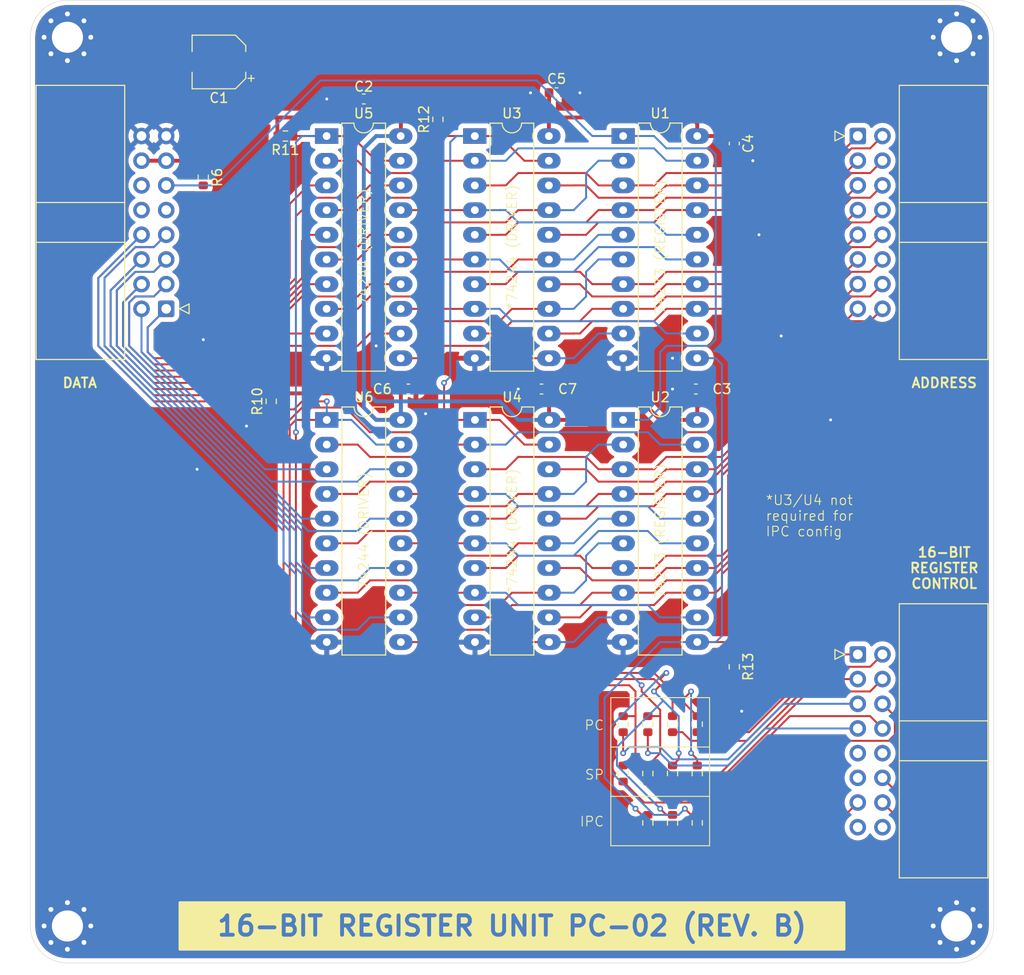
<source format=kicad_pcb>
(kicad_pcb (version 20241229) (generator "pcbnew") (generator_version "9.0")
  (title_block (title "16-Bit Register Unit") (date "2025-02-13") (rev "PC-02-A"))
  (layers (0 "F.Cu" signal) (2 "B.Cu" signal) (13 "F.Paste" user) (15 "B.Paste" user) (5 "F.SilkS" user "F.Silkscreen") (7 "B.SilkS" user "B.Silkscreen") (1 "F.Mask" user) (3 "B.Mask" user) (25 "Edge.Cuts" user))
  (net 0 "")
  (net 3 "GND")
  (net 4 "/~{readPC_low}")
  (net 6 "VCC")
  (net 8 "/~{reset}")
  (net 9 "/~{readSP_high}")
  (net 10 "/~{readIPC_low}")
  (net 11 "/~{readPC_high}")
  (net 12 "/~{readSP_low}")
  (net 14 "/~{readIPC_high}")
  (net 15 "/~{readPC}")
  (net 16 "/writeSP")
  (net 17 "/writeIPC")
  (net 19 "/~{readSP}")
  (net 20 "/writePC")
  (net 23 "/read16")
  (net 24 "/write16")
  (net 25 "/~{read8low}")
  (net 26 "/~{read8high}")
  (net 27 "adr12")
  (net 28 "adr8")
  (net 29 "adr14")
  (net 30 "adr13")
  (net 31 "adr6")
  (net 32 "adr1")
  (net 33 "adr4")
  (net 34 "adr10")
  (net 35 "adr7")
  (net 36 "adr15")
  (net 37 "adr3")
  (net 38 "adr5")
  (net 39 "adr9")
  (net 40 "adr11")
  (net 41 "adr2")
  (net 42 "adr0")
  (net 43 "data3")
  (net 44 "data2")
  (net 45 "data6")
  (net 46 "data5")
  (net 47 "data7")
  (net 48 "data4")
  (net 49 "data0")
  (net 50 "data1")
  (net 51 "/rega7")
  (net 52 "/rega2")
  (net 53 "/rega6")
  (net 54 "/rega5")
  (net 55 "/rega0")
  (net 56 "/rega3")
  (net 57 "/rega1")
  (net 58 "/rega4")
  (net 59 "/regb0")
  (net 60 "/regb7")
  (net 61 "/regb3")
  (net 62 "/regb6")
  (net 63 "/regb2")
  (net 64 "/regb4")
  (net 65 "/regb5")
  (net 66 "/regb1")
  (footprint "Capacitor_SMD:C_0603_1608Metric" (layer "F.Cu") (at 109.08 62.865 180)
    (property "Reference" "C3")
    (property "Value" "C")
  )
  (footprint "Resistor_SMD:R_0603_1608Metric" (layer "F.Cu") (at 109.22 97.345 90)
    (property "Reference" "R5" (hide yes))
    (property "Value" "0R")
  )
  (footprint "Capacitor_SMD:C_0603_1608Metric" (layer "F.Cu") (at 94.755 32.385)
    (property "Reference" "C5")
    (property "Value" "C")
  )
  (footprint "Connector_IDC:IDC-Header_2x08_P2.54mm_Horizontal" (layer "F.Cu") (at 54.61 54.61 180)
    (property "Reference" "DATA_BUS1" (hide yes))
    (property "Value" "Conn_01x16")
  )
  (footprint "Resistor_SMD:R_0603_1608Metric" (layer "F.Cu") (at 106.68 107.505 90)
    (property "Reference" "R16" (hide yes))
    (property "Value" "0R")
  )
  (footprint "Resistor_SMD:R_0603_1608Metric" (layer "F.Cu") (at 65.405 64.135 90)
    (property "Reference" "R10")
    (property "Value" "100k")
  )
  (footprint "Connector_IDC:IDC-Header_2x08_P2.54mm_Horizontal" (layer "F.Cu") (at 125.73 90.17)
    (property "Reference" "CTRL_BUS1" (hide yes))
    (property "Value" "Conn_01x16")
  )
  (footprint "Capacitor_SMD:CP_Elec_5x5.3" (layer "F.Cu") (at 60.03 29.21 180)
    (property "Reference" "C1")
    (property "Value" "C_Polarized")
  )
  (footprint "Resistor_SMD:R_0603_1608Metric" (layer "F.Cu") (at 109.22 107.505 90)
    (property "Reference" "R15" (hide yes))
    (property "Value" "0R")
  )
  (footprint "Package_DIP:DIP-20_W7.62mm_LongPads" (layer "F.Cu") (at 101.6 36.83)
    (property "Reference" "U1")
    (property "Value" "74HC273")
  )
  (footprint "Capacitor_SMD:C_0603_1608Metric" (layer "F.Cu") (at 79.515 62.865)
    (property "Reference" "C6")
    (property "Value" "C")
  )
  (footprint "Resistor_SMD:R_0603_1608Metric" (layer "F.Cu") (at 66.865 36.83 180)
    (property "Reference" "R11")
    (property "Value" "100k")
  )
  (footprint "Resistor_SMD:R_0603_1608Metric" (layer "F.Cu") (at 101.6 97.345 90)
    (property "Reference" "R1" (hide yes))
    (property "Value" "0R")
  )
  (footprint "Package_DIP:DIP-20_W7.62mm_LongPads" (layer "F.Cu") (at 71.12 66.04)
    (property "Reference" "U6")
    (property "Value" "74HC244")
  )
  (footprint "MountingHole:MountingHole_3.2mm_M3_Pad_Via" (layer "F.Cu") (at 135.89 118.11)
    (property "Reference" "H3" (hide yes))
    (property "Value" "MountingHole_Pad")
  )
  (footprint "Resistor_SMD:R_0603_1608Metric" (layer "F.Cu") (at 104.14 107.505 90)
    (property "Reference" "R14" (hide yes))
    (property "Value" "0R")
  )
  (footprint "Capacitor_SMD:C_0603_1608Metric" (layer "F.Cu") (at 74.93 33.02 180)
    (property "Reference" "C2")
    (property "Value" "C")
  )
  (footprint "Capacitor_SMD:C_0603_1608Metric" (layer "F.Cu") (at 113.03 37.605 -90)
    (property "Reference" "C4")
    (property "Value" "C")
  )
  (footprint "Capacitor_SMD:C_0603_1608Metric" (layer "F.Cu") (at 93.205 62.865 180)
    (property "Reference" "C7")
    (property "Value" "C")
  )
  (footprint "Resistor_SMD:R_0603_1608Metric" (layer "F.Cu") (at 106.68 97.345 90)
    (property "Reference" "R7" (hide yes))
    (property "Value" "0R")
  )
  (footprint "Resistor_SMD:R_0603_1608Metric" (layer "F.Cu") (at 106.68 102.425 90)
    (property "Reference" "R9" (hide yes))
    (property "Value" "0R")
  )
  (footprint "Resistor_SMD:R_0603_1608Metric" (layer "F.Cu") (at 58.42 41.085 -90)
    (property "Reference" "R6")
    (property "Value" "100k")
  )
  (footprint "Connector_IDC:IDC-Header_2x08_P2.54mm_Horizontal" (layer "F.Cu") (at 125.73 36.83)
    (property "Reference" "ADDRESS_BUS1" (hide yes))
    (property "Value" "Conn_01x16")
  )
  (footprint "Resistor_SMD:R_0603_1608Metric" (layer "F.Cu") (at 109.22 102.425 90)
    (property "Reference" "R8" (hide yes))
    (property "Value" "0R")
  )
  (footprint "Resistor_SMD:R_0603_1608Metric" (layer "F.Cu") (at 104.14 102.425 90)
    (property "Reference" "R4" (hide yes))
    (property "Value" "0R")
  )
  (footprint "MountingHole:MountingHole_3.2mm_M3_Pad_Via" (layer "F.Cu") (at 44.45 26.67)
    (property "Reference" "H1" (hide yes))
    (property "Value" "MountingHole_Pad")
  )
  (footprint "Package_DIP:DIP-20_W7.62mm_LongPads" (layer "F.Cu") (at 71.105 36.835)
    (property "Reference" "U5")
    (property "Value" "74HC244")
  )
  (footprint "Resistor_SMD:R_0603_1608Metric" (layer "F.Cu") (at 104.14 97.345 90)
    (property "Reference" "R3" (hide yes))
    (property "Value" "0R")
  )
  (footprint "Resistor_SMD:R_0603_1608Metric" (layer "F.Cu") (at 82.55 35.115 90)
    (property "Reference" "R12")
    (property "Value" "100k")
  )
  (footprint "Resistor_SMD:R_0603_1608Metric" (layer "F.Cu") (at 113.03 91.44 -90)
    (property "Reference" "R13")
    (property "Value" "100k")
  )
  (footprint "MountingHole:MountingHole_3.2mm_M3_Pad_Via" (layer "F.Cu") (at 135.89 26.67)
    (property "Reference" "H2" (hide yes))
    (property "Value" "MountingHole_Pad")
  )
  (footprint "MountingHole:MountingHole_3.2mm_M3_Pad_Via" (layer "F.Cu") (at 44.45 118.11)
    (property "Reference" "H4" (hide yes))
    (property "Value" "MountingHole_Pad")
  )
  (footprint "Resistor_SMD:R_0603_1608Metric" (layer "F.Cu") (at 101.6 102.425 90)
    (property "Reference" "R2" (hide yes))
    (property "Value" "0R")
  )
  (footprint "Package_DIP:DIP-20_W7.62mm_LongPads" (layer "F.Cu") (at 86.36 66.04)
    (property "Reference" "U4")
    (property "Value" "74HC244")
  )
  (footprint "Package_DIP:DIP-20_W7.62mm_LongPads" (layer "F.Cu") (at 86.345 36.835)
    (property "Reference" "U3")
    (property "Value" "74HC244")
  )
  (footprint "Package_DIP:DIP-20_W7.62mm_LongPads" (layer "F.Cu") (at 101.6 66.04)
    (property "Reference" "U2")
    (property "Value" "74HC273")
  )
  (gr_line (start 111.76 67.31) (end 92.075 67.31) (stroke (width 0.2)) (layer "F.Cu") (net 3))
  (gr_line (start 110.49 109.855) (end 100.33 109.855) (stroke (width 0.1)) (layer "F.SilkS"))
  (gr_line (start 100.33 99.695) (end 110.49 99.695) (stroke (width 0.1)) (layer "F.SilkS"))
  (gr_line (start 100.33 109.855) (end 100.33 104.775) (stroke (width 0.1)) (layer "F.SilkS"))
  (gr_rect (start 100.33 94.615) (end 110.49 104.775) (stroke (width 0.1)) (fill no) (layer "F.SilkS"))
  (gr_line (start 110.49 104.775) (end 110.49 109.855) (stroke (width 0.1)) (layer "F.SilkS"))
  (gr_line (start 139.7 26.67) (end 139.7 118.11) (stroke (width 0.05)) (layer "Edge.Cuts"))
  (gr_arc (start 135.89 22.86) (mid 138.584077 23.975923) (end 139.7 26.67) (stroke (width 0.05)) (layer "Edge.Cuts"))
  (gr_line (start 40.64 118.11) (end 40.64 26.67) (stroke (width 0.05)) (layer "Edge.Cuts"))
  (gr_line (start 44.45 22.86) (end 135.89 22.86) (stroke (width 0.05)) (layer "Edge.Cuts"))
  (gr_line (start 135.89 121.92) (end 44.45 121.92) (stroke (width 0.05)) (layer "Edge.Cuts"))
  (gr_arc (start 44.45 121.92) (mid 41.755923 120.804077) (end 40.64 118.11) (stroke (width 0.05)) (layer "Edge.Cuts"))
  (gr_arc (start 139.7 118.11) (mid 138.584077 120.804077) (end 135.89 121.92) (stroke (width 0.05)) (layer "Edge.Cuts"))
  (gr_arc (start 40.64 26.67) (mid 41.755923 23.975923) (end 44.45 22.86) (stroke (width 0.05)) (layer "Edge.Cuts"))
  (gr_text "IPC" (at 99.695 107.95 0) (layer "F.SilkS") (effects (font (size 1 1) (thickness 0.1)) (justify right bottom)))
  (gr_text "DATA" (at 45.72 62.23 0) (layer "F.SilkS") (effects (font (size 1 1) (thickness 0.2) (bold yes))))
  (gr_text "*74244 (DRIVER)" (at 90.17 77.47 90) (layer "F.SilkS") (effects (font (size 1 1) (thickness 0.1))))
  (gr_text "*74244 (DRIVER)" (at 90.17 48.26 90) (layer "F.SilkS") (effects (font (size 1 1) (thickness 0.1))))
  (gr_text "ADDRESS" (at 134.62 62.23 0) (layer "F.SilkS") (effects (font (size 1 1) (thickness 0.2) (bold yes))))
  (gr_text "16-BIT\nREGISTER\nCONTROL" (at 134.62 81.28 0) (layer "F.SilkS") (effects (font (size 1 1) (thickness 0.2) (bold yes))))
  (gr_text "PC" (at 99.695 98.044 0) (layer "F.SilkS") (effects (font (size 1 1) (thickness 0.1)) (justify right bottom)))
  (gr_text "74273 (REGISTER)" (at 105.41 77.47 90) (layer "F.SilkS") (effects (font (size 1 1) (thickness 0.1))))
  (gr_text "74273 (REGISTER)" (at 105.41 48.26 90) (layer "F.SilkS") (effects (font (size 1 1) (thickness 0.1))))
  (gr_text "*U3/U4 not\nrequired for\nIPC config" (at 116.205 78.105 0) (layer "F.SilkS") (effects (font (size 1 1) (thickness 0.1)) (justify left bottom)))
  (gr_text "74244 (DRIVER)" (at 74.93 48.26 90) (layer "F.SilkS") (effects (font (size 1 1) (thickness 0.1))))
  (gr_text "SP" (at 99.695 103.124 0) (layer "F.SilkS") (effects (font (size 1 1) (thickness 0.1)) (justify right bottom)))
  (gr_text "74244 (DRIVER)" (at 74.93 77.47 90) (layer "F.SilkS") (effects (font (size 1 1) (thickness 0.1))))
  (gr_text "16-BIT REGISTER UNIT PC-02 (REV. B)" (at 90.17 118.11 0) (layer "F.SilkS" knockout) (effects (font (size 2 2) (thickness 0.4) (bold yes))))
  (via (at 92.075 32.385) (size 0.6) (drill 0.3) (layers "F.Cu" "B.Cu") (net 3))
  (via (at 81.28 65.405) (size 0.6) (drill 0.3) (layers "F.Cu" "B.Cu") (net 3))
  (via (at 115.57 46.99) (size 0.6) (drill 0.3) (layers "F.Cu" "B.Cu") (net 3))
  (via (at 117.856 57.404) (size 0.6) (drill 0.3) (layers "F.Cu" "B.Cu") (net 3))
  (via (at 106.68 59.69) (size 0.6) (drill 0.3) (layers "F.Cu" "B.Cu") (net 3))
  (via (at 122.936 66.04) (size 0.6) (drill 0.3) (layers "F.Cu" "B.Cu") (net 3))
  (via (at 90.805 62.865) (size 0.6) (drill 0.3) (layers "F.Cu" "B.Cu") (net 3))
  (via (at 62.865 66.675) (size 0.6) (drill 0.3) (layers "F.Cu" "B.Cu") (net 3))
  (via (at 106.68 62.865) (size 0.6) (drill 0.3) (layers "F.Cu" "B.Cu") (net 3))
  (via (at 114.935 39.37) (size 0.6) (drill 0.3) (layers "F.Cu" "B.Cu") (net 3))
  (via (at 57.785 71.12) (size 0.6) (drill 0.3) (layers "F.Cu" "B.Cu") (net 3))
  (via (at 58.42 57.785) (size 0.6) (drill 0.3) (layers "F.Cu" "B.Cu") (net 3))
  (via (at 113.792 96.012) (size 0.6) (drill 0.3) (layers "F.Cu" "B.Cu") (net 3))
  (via (at 76.2 58.42) (size 0.6) (drill 0.3) (layers "F.Cu" "B.Cu") (net 3))
  (via (at 71.12 33.02) (size 0.6) (drill 0.3) (layers "F.Cu" "B.Cu") (net 3))
  (via (at 97.155 32.385) (size 0.6) (drill 0.3) (layers "F.Cu" "B.Cu") (net 3))
  (segment (start 111.125 81.915) (end 111.125 69.85) (width 0.2) (layer "B.Cu") (net 3))
  (segment (start 111.125 69.85) (end 111.125 64.77) (width 0.2) (layer "B.Cu") (net 3))
  (segment (start 111.125 64.77) (end 110.49 64.135) (width 0.2) (layer "B.Cu") (net 3))
  (segment (start 111.125 86.995) (end 111.125 81.915) (width 0.2) (layer "B.Cu") (net 3))
  (segment (start 106.045 87.63) (end 110.49 87.63) (width 0.2) (layer "B.Cu") (net 3))
  (segment (start 110.49 87.63) (end 111.125 86.995) (width 0.2) (layer "B.Cu") (net 3))
  (segment (start 122.555 90.17) (end 125.73 90.17) (width 0.2) (layer "F.Cu") (net 4))
  (segment (start 109.22 98.17) (end 114.555 98.17) (width 0.2) (layer "F.Cu") (net 4))
  (segment (start 114.555 98.17) (end 122.555 90.17) (width 0.2) (layer "F.Cu") (net 4))
  (segment (start 93.98 66.04) (end 97.79 66.04) (width 0.4) (layer "F.Cu") (net 6))
  (segment (start 73.47 63.31) (end 76.2 66.04) (width 0.4) (layer "F.Cu") (net 6))
  (segment (start 109.22 36.83) (end 113.03 36.83) (width 0.4) (layer "F.Cu") (net 6))
  (segment (start 93.98 66.04) (end 93.98 62.865) (width 0.4) (layer "F.Cu") (net 6))
  (segment (start 109.22 35.56) (end 108.585 34.925) (width 0.4) (layer "F.Cu") (net 6))
  (segment (start 103.505 64.135) (end 105.41 66.04) (width 0.4) (layer "F.Cu") (net 6))
  (segment (start 65.405 63.31) (end 73.47 63.31) (width 0.4) (layer "F.Cu") (net 6))
  (segment (start 75.705 34.785) (end 75.565 34.925) (width 0.4) (layer "F.Cu") (net 6))
  (segment (start 78.74 36.82) (end 78.725 36.835) (width 0.4) (layer "F.Cu") (net 6))
  (segment (start 79.375 34.925) (end 81.28 33.02) (width 0.4) (layer "F.Cu") (net 6))
  (segment (start 75.565 34.925) (end 66.04 34.925) (width 0.4) (layer "F.Cu") (net 6))
  (segment (start 85.725 34.925) (end 93.98 34.925) (width 0.4) (layer "F.Cu") (net 6))
  (segment (start 78.74 34.925) (end 79.375 34.925) (width 0.4) (layer "F.Cu") (net 6))
  (segment (start 62.23 34.925) (end 62.23 36.83) (width 0.4) (layer "F.Cu") (net 6))
  (segment (start 62.23 33.02) (end 62.23 34.925) (width 0.4) (layer "F.Cu") (net 6))
  (segment (start 66.04 36.83) (end 66.04 34.925) (width 0.4) (layer "F.Cu") (net 6))
  (segment (start 93.965 36.835) (end 93.965 34.94) (width 0.4) (layer "F.Cu") (net 6))
  (segment (start 78.74 66.04) (end 78.74 62.865) (width 0.4) (layer "F.Cu") (net 6))
  (segment (start 105.41 66.04) (end 109.22 66.04) (width 0.4) (layer "F.Cu") (net 6))
  (segment (start 59.69 39.37) (end 58.42 39.37) (width 0.4) (layer "F.Cu") (net 6))
  (segment (start 83.82 33.02) (end 85.725 34.925) (width 0.4) (layer "F.Cu") (net 6))
  (segment (start 76.2 66.04) (end 78.74 66.04) (width 0.4) (layer "F.Cu") (net 6))
  (segment (start 109.855 62.865) (end 109.855 64.135) (width 0.4) (layer "F.Cu") (net 6))
  (segment (start 81.28 33.02) (end 82.55 33.02) (width 0.4) (layer "F.Cu") (net 6))
  (segment (start 78.74 34.925) (end 75.565 34.925) (width 0.4) (layer "F.Cu") (net 6))
  (segment (start 109.22 36.83) (end 109.22 35.56) (width 0.4) (layer "F.Cu") (net 6))
  (segment (start 93.98 34.925) (end 93.98 32.385) (width 0.4) (layer "F.Cu") (net 6))
  (segment (start 78.74 35.56) (end 78.74 36.82) (width 0.4) (layer "F.Cu") (net 6))
  (segment (start 109.22 64.77) (end 109.22 66.04) (width 0.4) (layer "F.Cu") (net 6))
  (segment (start 62.23 36.83) (end 59.69 39.37) (width 0.4) (layer "F.Cu") (net 6))
  (segment (start 97.79 66.04) (end 99.695 64.135) (width 0.4) (layer "F.Cu") (net 6))
  (segment (start 78.74 34.925) (end 78.74 35.56) (width 0.4) (layer "F.Cu") (net 6))
  (segment (start 58.42 40.26) (end 58.42 39.37) (width 0.4) (layer "F.Cu") (net 6))
  (segment (start 99.695 64.135) (end 103.505 64.135) (width 0.4) (layer "F.Cu") (net 6))
  (segment (start 93.98 34.925) (end 108.585 34.925) (width 0.4) (layer "F.Cu") (net 6))
  (segment (start 66.04 34.925) (end 62.23 34.925) (width 0.4) (layer "F.Cu") (net 6))
  (segment (start 75.705 33.02) (end 75.705 34.785) (width 0.4) (layer "F.Cu") (net 6))
  (segment (start 109.855 64.135) (end 109.22 64.77) (width 0.4) (layer "F.Cu") (net 6))
  (segment (start 54.61 39.37) (end 52.07 39.37) (width 0.4) (layer "F.Cu") (net 6))
  (segment (start 62.23 29.21) (end 62.23 33.02) (width 0.4) (layer "F.Cu") (net 6))
  (segment (start 58.42 39.37) (end 54.61 39.37) (width 0.4) (layer "F.Cu") (net 6))
  (segment (start 82.55 34.29) (end 82.55 33.02) (width 0.4) (layer "F.Cu") (net 6))
  (segment (start 82.55 33.02) (end 83.82 33.02) (width 0.4) (layer "F.Cu") (net 6))
  (segment (start 93.965 34.94) (end 93.98 34.925) (width 0.4) (layer "F.Cu") (net 6))
  (segment (start 74.93 62.865) (end 74.93 38.1) (width 0.4) (layer "B.Cu") (net 6))
  (segment (start 74.93 38.1) (end 76.2 36.83) (width 0.4) (layer "B.Cu") (net 6))
  (segment (start 90.805 66.04) (end 88.9 64.135) (width 0.4) (layer "B.Cu") (net 6))
  (segment (start 74.93 64.77) (end 74.93 62.865) (width 0.4) (layer "B.Cu") (net 6))
  (segment (start 78.74 64.135) (end 78.74 66.04) (width 0.4) (layer "B.Cu") (net 6))
  (segment (start 78.74 66.04) (end 76.2 66.04) (width 0.4) (layer "B.Cu") (net 6))
  (segment (start 88.9 64.135) (end 78.74 64.135) (width 0.4) (layer "B.Cu") (net 6))
  (segment (start 93.98 66.04) (end 90.805 66.04) (width 0.4) (layer "B.Cu") (net 6))
  (segment (start 76.2 36.83) (end 76.205 36.835) (width 0.4) (layer "B.Cu") (net 6))
  (segment (start 78.74 64.135) (end 76.2 64.135) (width 0.4) (layer "B.Cu") (net 6))
  (segment (start 76.205 36.835) (end 78.725 36.835) (width 0.4) (layer "B.Cu") (net 6))
  (segment (start 76.2 64.135) (end 74.93 62.865) (width 0.4) (layer "B.Cu") (net 6))
  (segment (start 76.2 66.04) (end 74.93 64.77) (width 0.4) (layer "B.Cu") (net 6))
  (segment (start 58.42 41.91) (end 54.61 41.91) (width 0.2) (layer "F.Cu") (net 8))
  (segment (start 110.49 38.1) (end 111.125 38.735) (width 0.2) (layer "B.Cu") (net 8))
  (segment (start 104.775 36.83) (end 106.045 38.1) (width 0.2) (layer "B.Cu") (net 8))
  (segment (start 101.6 36.83) (end 104.775 36.83) (width 0.2) (layer "B.Cu") (net 8))
  (segment (start 110.49 58.42) (end 106.045 58.42) (width 0.2) (layer "B.Cu") (net 8))
  (segment (start 111.125 57.785) (end 110.49 58.42) (width 0.2) (layer "B.Cu") (net 8))
  (segment (start 111.125 38.735) (end 111.125 57.785) (width 0.2) (layer "B.Cu") (net 8))
  (segment (start 101.6 36.83) (end 98.425 36.83) (width 0.2) (layer "B.Cu") (net 8))
  (segment (start 104.14 66.04) (end 101.6 66.04) (width 0.2) (layer "B.Cu") (net 8))
  (segment (start 92.71 31.115) (end 70.485 31.115) (width 0.2) (layer "B.Cu") (net 8))
  (segment (start 106.045 38.1) (end 110.49 38.1) (width 0.2) (layer "B.Cu") (net 8))
  (segment (start 106.045 58.42) (end 105.41 59.055) (width 0.2) (layer "B.Cu") (net 8))
  (segment (start 98.425 36.83) (end 92.71 31.115) (width 0.2) (layer "B.Cu") (net 8))
  (segment (start 105.41 59.055) (end 105.41 64.77) (width 0.2) (layer "B.Cu") (net 8))
  (segment (start 70.485 31.115) (end 59.69 41.91) (width 0.2) (layer "B.Cu") (net 8))
  (segment (start 105.41 64.77) (end 104.14 66.04) (width 0.2) (layer "B.Cu") (net 8))
  (segment (start 59.69 41.91) (end 54.61 41.91) (width 0.2) (layer "B.Cu") (net 8))
  (segment (start 128.27 92.71) (end 127 93.98) (width 0.2) (layer "F.Cu") (net 9))
  (segment (start 107.57 104.14) (end 106.68 103.25) (width 0.2) (layer "F.Cu") (net 9))
  (segment (start 120.65 93.98) (end 110.49 104.14) (width 0.2) (layer "F.Cu") (net 9))
  (segment (start 110.49 104.14) (end 107.57 104.14) (width 0.2) (layer "F.Cu") (net 9))
  (segment (start 127 93.98) (end 120.65 93.98) (width 0.2) (layer "F.Cu") (net 9))
  (segment (start 125.73 105.41) (end 121.285 109.855) (width 0.2) (layer "F.Cu") (net 10))
  (segment (start 121.285 109.855) (end 109.855 109.855) (width 0.2) (layer "F.Cu") (net 10))
  (segment (start 109.855 109.855) (end 109.22 109.22) (width 0.2) (layer "F.Cu") (net 10))
  (segment (start 109.22 109.22) (end 109.22 108.33) (width 0.2) (layer "F.Cu") (net 10))
  (segment (start 128.27 90.17) (end 127 91.44) (width 0.2) (layer "F.Cu") (net 11))
  (segment (start 114.3 99.06) (end 108.585 99.06) (width 0.2) (layer "F.Cu") (net 11))
  (segment (start 121.92 91.44) (end 114.3 99.06) (width 0.2) (layer "F.Cu") (net 11))
  (segment (start 127 91.44) (end 121.92 91.44) (width 0.2) (layer "F.Cu") (net 11))
  (segment (start 106.68 98.17) (end 107.695 98.17) (width 0.2) (layer "F.Cu") (net 11))
  (segment (start 107.695 98.17) (end 108.585 99.06) (width 0.2) (layer "F.Cu") (net 11))
  (segment (start 125.73 92.71) (end 121.285 92.71) (width 0.2) (layer "F.Cu") (net 12))
  (segment (start 110.745 103.25) (end 109.22 103.25) (width 0.2) (layer "F.Cu") (net 12))
  (segment (start 121.285 92.71) (end 110.745 103.25) (width 0.2) (layer "F.Cu") (net 12))
  (segment (start 129.54 110.49) (end 130.175 109.855) (width 0.2) (layer "F.Cu") (net 14))
  (segment (start 107.315 110.49) (end 129.54 110.49) (width 0.2) (layer "F.Cu") (net 14))
  (segment (start 106.68 108.33) (end 106.68 109.855) (width 0.2) (layer "F.Cu") (net 14))
  (segment (start 130.175 109.855) (end 130.175 107.315) (width 0.2) (layer "F.Cu") (net 14))
  (segment (start 106.68 109.855) (end 107.315 110.49) (width 0.2) (layer "F.Cu") (net 14))
  (segment (start 130.175 107.315) (end 128.27 105.41) (width 0.2) (layer "F.Cu") (net 14))
  (segment (start 101.6 98.17) (end 101.6 100.33) (width 0.2) (layer "F.Cu") (net 15))
  (via (at 101.6 100.33) (size 0.6) (drill 0.3) (layers "F.Cu" "B.Cu") (net 15))
  (segment (start 112.395 100.965) (end 118.11 95.25) (width 0.2) (layer "B.Cu") (net 15))
  (segment (start 106.68 100.965) (end 112.395 100.965) (width 0.2) (layer "B.Cu") (net 15))
  (segment (start 105.41 99.695) (end 106.68 100.965) (width 0.2) (layer "B.Cu") (net 15))
  (segment (start 118.11 95.25) (end 125.73 95.25) (width 0.2) (layer "B.Cu") (net 15))
  (segment (start 101.6 100.33) (end 102.235 99.695) (width 0.2) (layer "B.Cu") (net 15))
  (segment (start 102.235 99.695) (end 105.41 99.695) (width 0.2) (layer "B.Cu") (net 15))
  (segment (start 110.49 104.775) (end 105.665 104.775) (width 0.2) (layer "F.Cu") (net 16))
  (segment (start 127 96.52) (end 118.745 96.52) (width 0.2) (layer "F.Cu") (net 16))
  (segment (start 105.665 104.775) (end 104.14 103.25) (width 0.2) (layer "F.Cu") (net 16))
  (segment (start 118.745 96.52) (end 110.49 104.775) (width 0.2) (layer "F.Cu") (net 16))
  (segment (start 128.27 97.79) (end 127 96.52) (width 0.2) (layer "F.Cu") (net 16))
  (segment (start 104.14 110.49) (end 104.775 111.125) (width 0.2) (layer "F.Cu") (net 17))
  (segment (start 130.81 105.41) (end 130.81 109.855) (width 0.2) (layer "F.Cu") (net 17))
  (segment (start 130.81 109.855) (end 129.54 111.125) (width 0.2) (layer "F.Cu") (net 17))
  (segment (start 128.27 102.87) (end 130.81 105.41) (width 0.2) (layer "F.Cu") (net 17))
  (segment (start 104.775 111.125) (end 129.54 111.125) (width 0.2) (layer "F.Cu") (net 17))
  (segment (start 104.14 108.33) (end 104.14 110.49) (width 0.2) (layer "F.Cu") (net 17))
  (segment (start 128.27 95.25) (end 129.54 96.52) (width 0.2) (layer "F.Cu") (net 19))
  (segment (start 110.49 105.41) (end 103.76 105.41) (width 0.2) (layer "F.Cu") (net 19))
  (segment (start 129.54 96.52) (end 129.54 98.425) (width 0.2) (layer "F.Cu") (net 19))
  (segment (start 128.905 99.06) (end 116.84 99.06) (width 0.2) (layer "F.Cu") (net 19))
  (segment (start 129.54 98.425) (end 128.905 99.06) (width 0.2) (layer "F.Cu") (net 19))
  (segment (start 103.76 105.41) (end 101.6 103.25) (width 0.2) (layer "F.Cu") (net 19))
  (segment (start 116.84 99.06) (end 110.49 105.41) (width 0.2) (layer "F.Cu") (net 19))
  (segment (start 104.14 98.17) (end 104.14 100.33) (width 0.2) (layer "F.Cu") (net 20))
  (via (at 104.14 100.33) (size 0.6) (drill 0.3) (layers "F.Cu" "B.Cu") (net 20))
  (segment (start 106.68 101.6) (end 112.395 101.6) (width 0.2) (layer "B.Cu") (net 20))
  (segment (start 104.14 100.33) (end 105.41 100.33) (width 0.2) (layer "B.Cu") (net 20))
  (segment (start 105.41 100.33) (end 106.68 101.6) (width 0.2) (layer "B.Cu") (net 20))
  (segment (start 112.395 101.6) (end 116.205 97.79) (width 0.2) (layer "B.Cu") (net 20))
  (segment (start 116.205 97.79) (end 125.73 97.79) (width 0.2) (layer "B.Cu") (net 20))
  (segment (start 66.675 90.805) (end 66.675 66.675) (width 0.2) (layer "F.Cu") (net 23))
  (segment (start 75.565 67.31) (end 73.025 64.77) (width 0.2) (layer "F.Cu") (net 23))
  (segment (start 102.87 93.98) (end 102.235 93.345) (width 0.2) (layer "F.Cu") (net 23))
  (segment (start 83.185 66.04) (end 86.36 66.04) (width 0.2) (layer "F.Cu") (net 23))
  (segment (start 91.44 68.58) (end 93.98 68.58) (width 0.2) (layer "F.Cu") (net 23))
  (segment (start 83.185 62.23) (end 83.185 66.04) (width 0.2) (layer "F.Cu") (net 23))
  (segment (start 66.675 66.675) (end 68.58 64.77) (width 0.2) (layer "F.Cu") (net 23))
  (segment (start 102.235 93.345) (end 69.215 93.345) (width 0.2) (layer "F.Cu") (net 23))
  (segment (start 86.36 66.04) (end 88.9 66.04) (width 0.2) (layer "F.Cu") (net 23))
  (segment (start 86.345 36.835) (end 88.905 36.835) (width 0.2) (layer "F.Cu") (net 23))
  (segment (start 101.6 101.6) (end 102.87 100.33) (width 0.2) (layer "F.Cu") (net 23))
  (segment (start 82.55 35.94) (end 83.44 36.83) (width 0.2) (layer "F.Cu") (net 23))
  (segment (start 83.185 66.04) (end 81.915 67.31) (width 0.2) (layer "F.Cu") (net 23))
  (segment (start 91.445 39.375) (end 93.965 39.375) (width 0.2) (layer "F.Cu") (net 23))
  (segment (start 102.87 96.52) (end 101.6 96.52) (width 0.2) (layer "F.Cu") (net 23))
  (segment (start 69.215 93.345) (end 66.675 90.805) (width 0.2) (layer "F.Cu") (net 23))
  (segment (start 86.34 36.83) (end 86.345 36.835) (width 0.2) (layer "F.Cu") (net 23))
  (segment (start 81.915 67.31) (end 75.565 67.31) (width 0.2) (layer "F.Cu") (net 23))
  (segment (start 83.44 36.83) (end 86.34 36.83) (width 0.2) (layer "F.Cu") (net 23))
  (segment (start 102.87 96.52) (end 102.87 93.98) (width 0.2) (layer "F.Cu") (net 23))
  (segment (start 102.87 100.33) (end 102.87 96.52) (width 0.2) (layer "F.Cu") (net 23))
  (segment (start 88.905 36.835) (end 91.445 39.375) (width 0.2) (layer "F.Cu") (net 23))
  (segment (start 68.58 64.77) (end 73.025 64.77) (width 0.2) (layer "F.Cu") (net 23))
  (segment (start 88.9 66.04) (end 91.44 68.58) (width 0.2) (layer "F.Cu") (net 23))
  (via (at 83.185 62.23) (size 0.6) (drill 0.3) (layers "F.Cu" "B.Cu") (net 23))
  (segment (start 83.82 37.465) (end 84.45 36.835) (width 0.2) (layer "B.Cu") (net 23))
  (segment (start 83.82 61.595) (end 83.82 37.465) (width 0.2) (layer "B.Cu") (net 23))
  (segment (start 83.185 62.23) (end 83.82 61.595) (width 0.2) (layer "B.Cu") (net 23))
  (segment (start 84.45 36.835) (end 86.345 36.835) (width 0.2) (layer "B.Cu") (net 23))
  (segment (start 103.505 93.98) (end 105.41 95.885) (width 0.2) (layer "F.Cu") (net 24))
  (segment (start 105.41 95.885) (end 105.41 96.52) (width 0.2) (layer "F.Cu") (net 24))
  (segment (start 103.505 106.68) (end 102.87 106.045) (width 0.2) (layer "F.Cu") (net 24))
  (segment (start 112.395 88.9) (end 113.03 89.535) (width 0.2) (layer "F.Cu") (net 24))
  (segment (start 105.41 96.52) (end 105.41 100.33) (width 0.2) (layer "F.Cu") (net 24))
  (segment (start 105.41 100.33) (end 104.14 101.6) (width 0.2) (layer "F.Cu") (net 24))
  (segment (start 109.22 88.9) (end 112.395 88.9) (width 0.2) (layer "F.Cu") (net 24))
  (segment (start 104.14 106.68) (end 103.505 106.68) (width 0.2) (layer "F.Cu") (net 24))
  (segment (start 104.14 96.52) (end 105.41 96.52) (width 0.2) (layer "F.Cu") (net 24))
  (segment (start 113.03 89.535) (end 113.03 90.615) (width 0.2) (layer "F.Cu") (net 24))
  (segment (start 103.505 93.345) (end 103.505 93.98) (width 0.2) (layer "F.Cu") (net 24))
  (via (at 103.505 93.345) (size 0.6) (drill 0.3) (layers "F.Cu" "B.Cu") (net 24))
  (via (at 102.87 106.045) (size 0.6) (drill 0.3) (layers "F.Cu" "B.Cu") (net 24))
  (segment (start 102.235 92.075) (end 103.505 90.805) (width 0.2) (layer "B.Cu") (net 24))
  (segment (start 99.695 94.615) (end 99.695 102.235) (width 0.2) (layer "B.Cu") (net 24))
  (segment (start 111.125 88.9) (end 109.22 88.9) (width 0.2) (layer "B.Cu") (net 24))
  (segment (start 102.87 106.045) (end 99.695 102.87) (width 0.2) (layer "B.Cu") (net 24))
  (segment (start 100.33 93.98) (end 99.695 94.615) (width 0.2) (layer "B.Cu") (net 24))
  (segment (start 111.76 88.265) (end 111.125 88.9) (width 0.2) (layer "B.Cu") (net 24))
  (segment (start 111.76 60.325) (end 111.76 88.265) (width 0.2) (layer "B.Cu") (net 24))
  (segment (start 100.33 93.98) (end 102.235 92.075) (width 0.2) (layer "B.Cu") (net 24))
  (segment (start 99.695 102.87) (end 99.695 102.235) (width 0.2) (layer "B.Cu") (net 24))
  (segment (start 103.505 90.805) (end 105.41 88.9) (width 0.2) (layer "B.Cu") (net 24))
  (segment (start 105.41 88.9) (end 109.22 88.9) (width 0.2) (layer "B.Cu") (net 24))
  (segment (start 109.22 59.69) (end 111.125 59.69) (width 0.2) (layer "B.Cu") (net 24))
  (segment (start 111.125 59.69) (end 111.76 60.325) (width 0.2) (layer "B.Cu") (net 24))
  (segment (start 103.505 93.345) (end 102.235 92.075) (width 0.2) (layer "B.Cu") (net 24))
  (segment (start 77.475 39.375) (end 78.725 39.375) (width 0.2) (layer "F.Cu") (net 25))
  (segment (start 109.22 96.52) (end 107.95 95.25) (width 0.2) (layer "F.Cu") (net 25))
  (segment (start 71.1 36.83) (end 71.105 36.835) (width 0.2) (layer "F.Cu") (net 25))
  (segment (start 73.665 36.835) (end 76.2 39.37) (width 0.2) (layer "F.Cu") (net 25))
  (segment (start 104.775 92.075) (end 98.425 92.075) (width 0.2) (layer "F.Cu") (net 25))
  (segment (start 98.425 92.075) (end 69.215 92.075) (width 0.2) (layer "F.Cu") (net 25))
  (segment (start 71.105 36.835) (end 73.665 36.835) (width 0.2) (layer "F.Cu") (net 25))
  (segment (start 67.945 90.805) (end 67.945 68.58) (width 0.2) (layer "F.Cu") (net 25))
  (segment (start 76.2 39.37) (end 77.47 39.37) (width 0.2) (layer "F.Cu") (net 25))
  (segment (start 106.045 92.075) (end 105.41 92.71) (width 0.2) (layer "F.Cu") (net 25))
  (segment (start 105.41 92.71) (end 104.775 92.075) (width 0.2) (layer "F.Cu") (net 25))
  (segment (start 108.585 106.68) (end 109.22 106.68) (width 0.2) (layer "F.Cu") (net 25))
  (segment (start 108.585 93.98) (end 107.6325 94.9325) (width 0.2) (layer "F.Cu") (net 25))
  (segment (start 109.22 101.6) (end 109.22 100.965) (width 0.2) (layer "F.Cu") (net 25))
  (segment (start 109.22 100.965) (end 108.585 100.33) (width 0.2) (layer "F.Cu") (net 25))
  (segment (start 107.6325 94.9325) (end 105.41 92.71) (width 0.2) (layer "F.Cu") (net 25))
  (segment (start 69.215 92.075) (end 67.945 90.805) (width 0.2) (layer "F.Cu") (net 25))
  (segment (start 67.945 68.58) (end 67.945 67.31) (width 0.2) (layer "F.Cu") (net 25))
  (segment (start 77.47 39.37) (end 77.475 39.375) (width 0.2) (layer "F.Cu") (net 25))
  (segment (start 67.69 36.83) (end 71.1 36.83) (width 0.2) (layer "F.Cu") (net 25))
  (segment (start 107.95 95.25) (end 107.6325 94.9325) (width 0.2) (layer "F.Cu") (net 25))
  (segment (start 107.95 106.045) (end 108.585 106.68) (width 0.2) (layer "F.Cu") (net 25))
  (via (at 106.045 92.075) (size 0.6) (drill 0.3) (layers "F.Cu" "B.Cu") (net 25))
  (via (at 108.585 93.98) (size 0.6) (drill 0.3) (layers "F.Cu" "B.Cu") (net 25))
  (via (at 107.95 106.045) (size 0.6) (drill 0.3) (layers "F.Cu" "B.Cu") (net 25))
  (via (at 67.945 67.31) (size 0.6) (drill 0.3) (layers "F.Cu" "B.Cu") (net 25))
  (via (at 108.585 100.33) (size 0.6) (drill 0.3) (layers "F.Cu" "B.Cu") (net 25))
  (segment (start 100.33 97.575057) (end 100.33 100.965) (width 0.2) (layer "B.Cu") (net 25))
  (segment (start 105.830057 92.075) (end 100.33 97.575057) (width 0.2) (layer "B.Cu") (net 25))
  (segment (start 104.775 106.68) (end 107.315 106.68) (width 0.2) (layer "B.Cu") (net 25))
  (segment (start 107.315 106.68) (end 107.95 106.045) (width 0.2) (layer "B.Cu") (net 25))
  (segment (start 100.33 102.235) (end 104.775 106.68) (width 0.2) (layer "B.Cu") (net 25))
  (segment (start 67.945 37.465) (end 68.58 36.83) (width 0.2) (layer "B.Cu") (net 25))
  (segment (start 100.33 100.965) (end 100.33 102.235) (width 0.2) (layer "B.Cu") (net 25))
  (segment (start 108.585 100.33) (end 108.585 93.98) (width 0.2) (layer "B.Cu") (net 25))
  (segment (start 67.945 67.31) (end 67.945 37.465) (width 0.2) (layer "B.Cu") (net 25))
  (segment (start 68.585 36.835) (end 71.105 36.835) (width 0.2) (layer "B.Cu") (net 25))
  (segment (start 106.045 92.075) (end 105.830057 92.075) (width 0.2) (layer "B.Cu") (net 25))
  (segment (start 68.58 36.83) (end 68.585 36.835) (width 0.2) (layer "B.Cu") (net 25))
  (segment (start 105.41 93.345) (end 104.775 92.71) (width 0.2) (layer "F.Cu") (net 26))
  (segment (start 106.045 106.68) (end 105.41 106.045) (width 0.2) (layer "F.Cu") (net 26))
  (segment (start 69.215 92.71) (end 67.31 90.805) (width 0.2) (layer "F.Cu") (net 26))
  (segment (start 107.315 100.965) (end 106.68 101.6) (width 0.2) (layer "F.Cu") (net 26))
  (segment (start 67.945 66.04) (end 71.12 66.04) (width 0.2) (layer "F.Cu") (net 26))
  (segment (start 104.775 93.98) (end 105.41 93.345) (width 0.2) (layer "F.Cu") (net 26))
  (segment (start 104.775 92.71) (end 69.215 92.71) (width 0.2) (layer "F.Cu") (net 26))
  (segment (start 68.58 64.135) (end 71.12 64.135) (width 0.2) (layer "F.Cu") (net 26))
  (segment (start 106.68 96.52) (end 106.68 94.615) (width 0.2) (layer "F.Cu") (net 26))
  (segment (start 67.31 90.805) (end 67.31 66.675) (width 0.2) (layer "F.Cu") (net 26))
  (segment (start 106.045 93.98) (end 105.41 93.345) (width 0.2) (layer "F.Cu") (net 26))
  (segment (start 67.31 66.675) (end 67.945 66.04) (width 0.2) (layer "F.Cu") (net 26))
  (segment (start 107.315 100.33) (end 107.315 100.965) (width 0.2) (layer "F.Cu") (net 26))
  (segment (start 65.405 64.96) (end 67.755 64.96) (width 0.2) (layer "F.Cu") (net 26))
  (segment (start 106.68 106.68) (end 106.045 106.68) (width 0.2) (layer "F.Cu") (net 26))
  (segment (start 106.68 94.615) (end 106.045 93.98) (width 0.2) (layer "F.Cu") (net 26))
  (segment (start 67.755 64.96) (end 68.58 64.135) (width 0.2) (layer "F.Cu") (net 26))
  (via (at 104.775 93.98) (size 0.6) (drill 0.3) (layers "F.Cu" "B.Cu") (net 26))
  (via (at 107.315 100.33) (size 0.6) (drill 0.3) (layers "F.Cu" "B.Cu") (net 26))
  (via (at 105.41 106.045) (size 0.6) (drill 0.3) (layers "F.Cu" "B.Cu") (net 26))
  (via (at 71.12 64.135) (size 0.6) (drill 0.3) (layers "F.Cu" "B.Cu") (net 26))
  (segment (start 76.2 68.58) (end 78.74 68.58) (width 0.2) (layer "B.Cu") (net 26))
  (segment (start 105.7275 94.9325) (end 104.775 93.98) (width 0.2) (layer "B.Cu") (net 26))
  (segment (start 100.965 99.695) (end 105.7275 94.9325) (width 0.2) (layer "B.Cu") (net 26))
  (segment (start 71.12 66.04) (end 73.66 66.04) (width 0.2) (layer "B.Cu") (net 26))
  (segment (start 73.66 66.04) (end 76.2 68.58) (width 0.2) (layer "B.Cu") (net 26))
  (segment (start 105.41 106.045) (end 100.965 101.6) (width 0.2) (layer "B.Cu") (net 26))
  (segment (start 107.315 96.52) (end 105.7275 94.9325) (width 0.2) (layer "B.Cu") (net 26))
  (segment (start 71.12 64.135) (end 71.12 66.04) (width 0.2) (layer "B.Cu") (net 26))
  (segment (start 100.965 101.6) (end 100.965 99.695) (width 0.2) (layer "B.Cu") (net 26))
  (segment (start 107.315 100.33) (end 107.315 96.52) (width 0.2) (layer "B.Cu") (net 26))
  (segment (start 122.555 61.595) (end 122.555 55.245) (width 0.2) (layer "F.Cu") (net 27))
  (segment (start 89.535 81.28) (end 86.36 81.28) (width 0.2) (layer "F.Cu") (net 27))
  (segment (start 90.805 80.01) (end 89.535 81.28) (width 0.2) (layer "F.Cu") (net 27))
  (segment (start 101.6 81.28) (end 98.425 81.28) (width 0.2) (layer "F.Cu") (net 27))
  (segment (start 97.155 80.01) (end 90.805 80.01) (width 0.2) (layer "F.Cu") (net 27))
  (segment (start 104.775 81.28) (end 106.045 80.01) (width 0.2) (layer "F.Cu") (net 27))
  (segment (start 106.045 80.01) (end 111.76 80.01) (width 0.2) (layer "F.Cu") (net 27))
  (segment (start 122.555 55.245) (end 125.73 52.07) (width 0.2) (layer "F.Cu") (net 27))
  (segment (start 98.425 81.28) (end 97.155 80.01) (width 0.2) (layer "F.Cu") (net 27))
  (segment (start 101.6 81.28) (end 104.775 81.28) (width 0.2) (layer "F.Cu") (net 27))
  (segment (start 112.395 71.755) (end 122.555 61.595) (width 0.2) (layer "F.Cu") (net 27))
  (segment (start 111.76 80.01) (end 112.395 79.375) (width 0.2) (layer "F.Cu") (net 27))
  (segment (start 112.395 79.375) (end 112.395 71.755) (width 0.2) (layer "F.Cu") (net 27))
  (segment (start 86.36 71.12) (end 89.535 71.12) (width 0.2) (layer "F.Cu") (net 28))
  (segment (start 99.06 71.12) (end 101.6 71.12) (width 0.2) (layer "F.Cu") (net 28))
  (segment (start 89.535 71.12) (end 90.805 69.85) (width 0.2) (layer "F.Cu") (net 28))
  (segment (start 101.6 71.12) (end 104.775 71.12) (width 0.2) (layer "F.Cu") (net 28))
  (segment (start 111.76 69.85) (end 120.015 61.595) (width 0.2) (layer "F.Cu") (net 28))
  (segment (start 90.805 69.85) (end 97.79 69.85) (width 0.2) (layer "F.Cu") (net 28))
  (segment (start 106.045 69.85) (end 111.76 69.85) (width 0.2) (layer "F.Cu") (net 28))
  (segment (start 120.015 52.705) (end 125.73 46.99) (width 0.2) (layer "F.Cu") (net 28))
  (segment (start 104.775 71.12) (end 106.045 69.85) (width 0.2) (layer "F.Cu") (net 28))
  (segment (start 97.79 69.85) (end 99.06 71.12) (width 0.2) (layer "F.Cu") (net 28))
  (segment (start 120.015 61.595) (end 120.015 52.705) (width 0.2) (layer "F.Cu") (net 28))
  (segment (start 123.825 56.515) (end 125.73 54.61) (width 0.2) (layer "F.Cu") (net 29))
  (segment (start 101.6 83.82) (end 104.775 83.82) (width 0.2) (layer "F.Cu") (net 29))
  (segment (start 86.36 86.36) (end 88.9 86.36) (width 0.2) (layer "F.Cu") (net 29))
  (segment (start 106.045 82.55) (end 110.49 82.55) (width 0.2) (layer "F.Cu") (net 29))
  (segment (start 90.17 85.09) (end 97.155 85.09) (width 0.2) (layer "F.Cu") (net 29))
  (segment (start 98.425 83.82) (end 101.6 83.82) (width 0.2) (layer "F.Cu") (net 29))
  (segment (start 97.155 85.09) (end 98.425 83.82) (width 0.2) (layer "F.Cu") (net 29))
  (segment (start 113.665 71.755) (end 123.825 61.595) (width 0.2) (layer "F.Cu") (net 29))
  (segment (start 110.49 82.55) (end 113.665 79.375) (width 0.2) (layer "F.Cu") (net 29))
  (segment (start 113.665 79.375) (end 113.665 71.755) (width 0.2) (layer "F.Cu") (net 29))
  (segment (start 123.825 61.595) (end 123.825 56.515) (width 0.2) (layer "F.Cu") (net 29))
  (segment (start 104.775 83.82) (end 106.045 82.55) (width 0.2) (layer "F.Cu") (net 29))
  (segment (start 88.9 86.36) (end 90.17 85.09) (width 0.2) (layer "F.Cu") (net 29))
  (segment (start 125.095 53.34) (end 123.19 55.245) (width 0.2) (layer "F.Cu") (net 30))
  (segment (start 93.98 81.28) (end 97.155 81.28) (width 0.2) (layer "F.Cu") (net 30))
  (segment (start 113.03 79.375) (end 111.125 81.28) (width 0.2) (layer "F.Cu") (net 30))
  (segment (start 111.125 81.28) (end 109.22 81.28) (width 0.2) (layer "F.Cu") (net 30))
  (segment (start 104.775 82.55) (end 106.045 81.28) (width 0.2) (layer "F.Cu") (net 30))
  (segment (start 113.03 71.755) (end 113.03 79.375) (width 0.2) (layer "F.Cu") (net 30))
  (segment (start 106.045 81.28) (end 109.22 81.28) (width 0.2) (layer "F.Cu") (net 30))
  (segment (start 98.425 82.55) (end 104.775 82.55) (width 0.2) (layer "F.Cu") (net 30))
  (segment (start 97.155 81.28) (end 98.425 82.55) (width 0.2) (layer "F.Cu") (net 30))
  (segment (start 127 53.34) (end 125.095 53.34) (width 0.2) (layer "F.Cu") (net 30))
  (segment (start 123.19 55.245) (end 123.19 61.595) (width 0.2) (layer "F.Cu") (net 30))
  (segment (start 128.27 52.07) (end 127 53.34) (width 0.2) (layer "F.Cu") (net 30))
  (segment (start 123.19 61.595) (end 113.03 71.755) (width 0.2) (layer "F.Cu") (net 30))
  (segment (start 125.73 44.45) (end 116.84 53.34) (width 0.2) (layer "F.Cu") (net 31))
  (segment (start 88.9 57.15) (end 86.35 57.15) (width 0.2) (layer "F.Cu") (net 31))
  (segment (start 86.35 57.15) (end 86.345 57.155) (width 0.2) (layer "F.Cu") (net 31))
  (segment (start 98.425 54.61) (end 97.155 55.88) (width 0.2) (layer "F.Cu") (net 31))
  (segment (start 90.17 55.88) (end 88.9 57.15) (width 0.2) (layer "F.Cu") (net 31))
  (segment (start 104.775 54.61) (end 101.6 54.61) (width 0.2) (layer "F.Cu") (net 31))
  (segment (start 97.155 55.88) (end 90.17 55.88) (width 0.2) (layer "F.Cu") (net 31))
  (segment (start 101.6 54.61) (end 98.425 54.61) (width 0.2) (layer "F.Cu") (net 31))
  (segment (start 106.045 53.34) (end 104.775 54.61) (width 0.2) (layer "F.Cu") (net 31))
  (segment (start 116.84 53.34) (end 106.045 53.34) (width 0.2) (layer "F.Cu") (net 31))
  (segment (start 93.965 41.915) (end 96.515 41.915) (width 0.2) (layer "F.Cu") (net 32))
  (segment (start 104.775 43.18) (end 106.045 41.91) (width 0.2) (layer "F.Cu") (net 32))
  (segment (start 96.515 41.915) (end 96.52 41.91) (width 0.2) (layer "F.Cu") (net 32))
  (segment (start 106.045 41.91) (end 109.22 41.91) (width 0.2) (layer "F.Cu") (net 32))
  (segment (start 127 38.1) (end 128.27 36.83) (width 0.2) (layer "F.Cu") (net 32))
  (segment (start 109.22 41.91) (end 121.285 41.91) (width 0.2) (layer "F.Cu") (net 32))
  (segment (start 96.52 41.91) (end 97.79 41.91) (width 0.2) (layer "F.Cu") (net 32))
  (segment (start 121.285 41.91) (end 125.095 38.1) (width 0.2) (layer "F.Cu") (net 32))
  (segment (start 125.095 38.1) (end 127 38.1) (width 0.2) (layer "F.Cu") (net 32))
  (segment (start 97.79 41.91) (end 99.06 43.18) (width 0.2) (layer "F.Cu") (net 32))
  (segment (start 99.06 43.18) (end 104.775 43.18) (width 0.2) (layer "F.Cu") (net 32))
  (segment (start 97.155 50.8) (end 90.805 50.8) (width 0.2) (layer "F.Cu") (net 33))
  (segment (start 98.425 52.07) (end 97.155 50.8) (width 0.2) (layer "F.Cu") (net 33))
  (segment (start 106.045 50.8) (end 104.775 52.07) (width 0.2) (layer "F.Cu") (net 33))
  (segment (start 89.535 52.07) (end 87.63 52.07) (width 0.2) (layer "F.Cu") (net 33))
  (segment (start 104.775 52.07) (end 101.6 52.07) (width 0.2) (layer "F.Cu") (net 33))
  (segment (start 87.625 52.075) (end 86.345 52.075) (width 0.2) (layer "F.Cu") (net 33))
  (segment (start 125.73 41.91) (end 116.84 50.8) (width 0.2) (layer "F.Cu") (net 33))
  (segment (start 116.84 50.8) (end 106.045 50.8) (width 0.2) (layer "F.Cu") (net 33))
  (segment (start 90.805 50.8) (end 89.535 52.07) (width 0.2) (layer "F.Cu") (net 33))
  (segment (start 101.6 52.07) (end 98.425 52.07) (width 0.2) (layer "F.Cu") (net 33))
  (segment (start 87.63 52.07) (end 87.625 52.075) (width 0.2) (layer "F.Cu") (net 33))
  (segment (start 121.285 61.595) (end 121.285 53.975) (width 0.2) (layer "F.Cu") (net 34))
  (segment (start 106.045 72.39) (end 110.49 72.39) (width 0.2) (layer "F.Cu") (net 34))
  (segment (start 97.79 74.93) (end 99.06 73.66) (width 0.2) (layer "F.Cu") (net 34))
  (segment (start 90.805 74.93) (end 97.79 74.93) (width 0.2) (layer "F.Cu") (net 34))
  (segment (start 89.535 76.2) (end 90.805 74.93) (width 0.2) (layer "F.Cu") (net 34))
  (segment (start 101.6 73.66) (end 104.775 73.66) (width 0.2) (layer "F.Cu") (net 34))
  (segment (start 104.775 73.66) (end 106.045 72.39) (width 0.2) (layer "F.Cu") (net 34))
  (segment (start 121.285 53.975) (end 125.73 49.53) (width 0.2) (layer "F.Cu") (net 34))
  (segment (start 86.36 76.2) (end 89.535 76.2) (width 0.2) (layer "F.Cu") (net 34))
  (segment (start 99.06 73.66) (end 101.6 73.66) (width 0.2) (layer "F.Cu") (net 34))
  (segment (start 110.49 72.39) (end 121.285 61.595) (width 0.2) (layer "F.Cu") (net 34))
  (segment (start 106.045 54.61) (end 109.22 54.61) (width 0.2) (layer "F.Cu") (net 35))
  (segment (start 96.52 57.15) (end 97.155 57.15) (width 0.2) (layer "F.Cu") (net 35))
  (segment (start 97.155 57.15) (end 98.425 55.88) (width 0.2) (layer "F.Cu") (net 35))
  (segment (start 128.27 44.45) (end 127 45.72) (width 0.2) (layer "F.Cu") (net 35))
  (segment (start 96.515 57.155) (end 96.52 57.15) (width 0.2) (layer "F.Cu") (net 35))
  (segment (start 104.775 55.88) (end 106.045 54.61) (width 0.2) (layer "F.Cu") (net 35))
  (segment (start 127 45.72) (end 125.095 45.72) (width 0.2) (layer "F.Cu") (net 35))
  (segment (start 93.965 57.155) (end 96.515 57.155) (width 0.2) (layer "F.Cu") (net 35))
  (segment (start 125.095 45.72) (end 116.205 54.61) (width 0.2) (layer "F.Cu") (net 35))
  (segment (start 116.205 54.61) (end 109.22 54.61) (width 0.2) (layer "F.Cu") (net 35))
  (segment (start 98.425 55.88) (end 104.775 55.88) (width 0.2) (layer "F.Cu") (net 35))
  (segment (start 104.775 85.09) (end 106.045 83.82) (width 0.2) (layer "F.Cu") (net 36))
  (segment (start 111.125 83.82) (end 109.22 83.82) (width 0.2) (layer "F.Cu") (net 36))
  (segment (start 128.27 54.61) (end 127 55.88) (width 0.2) (layer "F.Cu") (net 36))
  (segment (start 114.3 71.755) (end 114.3 79.375) (width 0.2) (layer "F.Cu") (net 36))
  (segment (start 106.045 83.82) (end 109.22 83.82) (width 0.2) (layer "F.Cu") (net 36))
  (segment (start 125.095 55.88) (end 124.46 56.515) (width 0.2) (layer "F.Cu") (net 36))
  (segment (start 98.425 85.09) (end 104.775 85.09) (width 0.2) (layer "F.Cu") (net 36))
  (segment (start 93.98 86.36) (end 97.155 86.36) (width 0.2) (layer "F.Cu") (net 36))
  (segment (start 124.46 61.595) (end 114.3 71.755) (width 0.2) (layer "F.Cu") (net 36))
  (segment (start 127 55.88) (end 125.095 55.88) (width 0.2) (layer "F.Cu") (net 36))
  (segment (start 124.46 56.515) (end 124.46 61.595) (width 0.2) (layer "F.Cu") (net 36))
  (segment (start 97.155 86.36) (end 98.425 85.09) (width 0.2) (layer "F.Cu") (net 36))
  (segment (start 114.3 79.375) (end 111.76 81.915) (width 0.2) (layer "F.Cu") (net 36))
  (segment (start 111.76 81.915) (end 111.76 83.185) (width 0.2) (layer "F.Cu") (net 36))
  (segment (start 111.76 83.185) (end 111.125 83.82) (width 0.2) (layer "F.Cu") (net 36))
  (segment (start 121.285 44.45) (end 109.22 44.45) (width 0.2) (layer "F.Cu") (net 37))
  (segment (start 128.27 39.37) (end 127 40.64) (width 0.2) (layer "F.Cu") (net 37))
  (segment (start 93.965 46.995) (end 97.785 46.995) (width 0.2) (layer "F.Cu") (net 37))
  (segment (start 97.785 46.995) (end 99.06 45.72) (width 0.2) (layer "F.Cu") (net 37))
  (segment (start 127 40.64) (end 125.095 40.64) (width 0.2) (layer "F.Cu") (net 37))
  (segment (start 106.045 44.45) (end 109.22 44.45) (width 0.2) (layer "F.Cu") (net 37))
  (segment (start 125.095 40.64) (end 121.285 44.45) (width 0.2) (layer "F.Cu") (net 37))
  (segment (start 99.06 45.72) (end 104.775 45.72) (width 0.2) (layer "F.Cu") (net 37))
  (segment (start 104.775 45.72) (end 106.045 44.45) (width 0.2) (layer "F.Cu") (net 37))
  (segment (start 127 43.18) (end 125.095 43.18) (width 0.2) (layer "F.Cu") (net 38))
  (segment (start 116.205 52.07) (end 109.22 52.07) (width 0.2) (layer "F.Cu") (net 38))
  (segment (start 125.095 43.18) (end 116.205 52.07) (width 0.2) (layer "F.Cu") (net 38))
  (segment (start 104.775 53.34) (end 106.045 52.07) (width 0.2) (layer "F.Cu") (net 38))
  (segment (start 93.965 52.075) (end 97.155 52.075) (width 0.2) (layer "F.Cu") (net 38))
  (segment (start 97.155 52.075) (end 98.42 53.34) (width 0.2) (layer "F.Cu") (net 38))
  (segment (start 128.27 41.91) (end 127 43.18) (width 0.2) (layer "F.Cu") (net 38))
  (segment (start 98.42 53.34) (end 104.775 53.34) (width 0.2) (layer "F.Cu") (net 38))
  (segment (start 106.045 52.07) (end 109.22 52.07) (width 0.2) (layer "F.Cu") (net 38))
  (segment (start 93.98 71.12) (end 97.79 71.12) (width 0.2) (layer "F.Cu") (net 39))
  (segment (start 109.22 71.12) (end 111.125 71.12) (width 0.2) (layer "F.Cu") (net 39))
  (segment (start 106.045 71.12) (end 109.22 71.12) (width 0.2) (layer "F.Cu") (net 39))
  (segment (start 104.775 72.39) (end 106.045 71.12) (width 0.2) (layer "F.Cu") (net 39))
  (segment (start 97.79 71.12) (end 99.06 72.39) (width 0.2) (layer "F.Cu") (net 39))
  (segment (start 127 48.26) (end 128.27 46.99) (width 0.2) (layer "F.Cu") (net 39))
  (segment (start 120.65 61.595) (end 120.65 52.705) (width 0.2) (layer "F.Cu") (net 39))
  (segment (start 125.095 48.26) (end 127 48.26) (width 0.2) (layer "F.Cu") (net 39))
  (segment (start 120.65 52.705) (end 125.095 48.26) (width 0.2) (layer "F.Cu") (net 39))
  (segment (start 111.125 71.12) (end 120.65 61.595) (width 0.2) (layer "F.Cu") (net 39))
  (segment (start 99.06 72.39) (end 104.775 72.39) (width 0.2) (layer "F.Cu") (net 39))
  (segment (start 104.775 74.93) (end 106.045 73.66) (width 0.2) (layer "F.Cu") (net 40))
  (segment (start 121.92 61.595) (end 121.92 53.975) (width 0.2) (layer "F.Cu") (net 40))
  (segment (start 109.22 73.66) (end 111.125 73.66) (width 0.2) (layer "F.Cu") (net 40))
  (segment (start 99.06 74.93) (end 104.775 74.93) (width 0.2) (layer "F.Cu") (net 40))
  (segment (start 125.095 50.8) (end 127 50.8) (width 0.2) (layer "F.Cu") (net 40))
  (segment (start 106.045 73.66) (end 109.22 73.66) (width 0.2) (layer "F.Cu") (net 40))
  (segment (start 111.76 73.025) (end 111.76 71.755) (width 0.2) (layer "F.Cu") (net 40))
  (segment (start 97.79 76.2) (end 99.06 74.93) (width 0.2) (layer "F.Cu") (net 40))
  (segment (start 121.92 53.975) (end 125.095 50.8) (width 0.2) (layer "F.Cu") (net 40))
  (segment (start 111.76 71.755) (end 121.92 61.595) (width 0.2) (layer "F.Cu") (net 40))
  (segment (start 111.125 73.66) (end 111.76 73.025) (width 0.2) (layer "F.Cu") (net 40))
  (segment (start 127 50.8) (end 128.27 49.53) (width 0.2) (layer "F.Cu") (net 40))
  (segment (start 93.98 76.2) (end 97.79 76.2) (width 0.2) (layer "F.Cu") (net 40))
  (segment (start 99.06 44.45) (end 97.79 45.72) (width 0.2) (layer "F.Cu") (net 41))
  (segment (start 88.9 46.99) (end 89.535 46.99) (width 0.2) (layer "F.Cu") (net 41))
  (segment (start 97.79 45.72) (end 90.805 45.72) (width 0.2) (layer "F.Cu") (net 41))
  (segment (start 121.92 43.18) (end 106.045 43.18) (width 0.2) (layer "F.Cu") (net 41))
  (segment (start 101.6 44.45) (end 99.06 44.45) (width 0.2) (layer "F.Cu") (net 41))
  (segment (start 88.9 46.99) (end 88.895 46.995) (width 0.2) (layer "F.Cu") (net 41))
  (segment (start 125.73 39.37) (end 121.92 43.18) (width 0.2) (layer "F.Cu") (net 41))
  (segment (start 104.775 44.45) (end 101.6 44.45) (width 0.2) (layer "F.Cu") (net 41))
  (segment (start 89.535 46.99) (end 90.805 45.72) (width 0.2) (layer "F.Cu") (net 41))
  (segment (start 88.895 46.995) (end 86.345 46.995) (width 0.2) (layer "F.Cu") (net 41))
  (segment (start 106.045 43.18) (end 104.775 44.45) (width 0.2) (layer "F.Cu") (net 41))
  (segment (start 88.895 41.915) (end 88.9 41.91) (width 0.2) (layer "F.Cu") (net 42))
  (segment (start 89.535 41.91) (end 90.805 40.64) (width 0.2) (layer "F.Cu") (net 42))
  (segment (start 101.6 41.91) (end 101.595 41.915) (width 0.2) (layer "F.Cu") (net 42))
  (segment (start 97.79 40.64) (end 90.805 40.64) (width 0.2) (layer "F.Cu") (net 42))
  (segment (start 121.92 40.64) (end 106.045 40.64) (width 0.2) (layer "F.Cu") (net 42))
  (segment (start 125.73 36.83) (end 121.92 40.64) (width 0.2) (layer "F.Cu") (net 42))
  (segment (start 88.9 41.91) (end 89.535 41.91) (width 0.2) (layer "F.Cu") (net 42))
  (segment (start 101.595 41.915) (end 99.065 41.915) (width 0.2) (layer "F.Cu") (net 42))
  (segment (start 104.775 41.91) (end 101.6 41.91) (width 0.2) (layer "F.Cu") (net 42))
  (segment (start 88.895 41.915) (end 86.345 41.915) (width 0.2) (layer "F.Cu") (net 42))
  (segment (start 99.065 41.915) (end 97.79 40.64) (width 0.2) (layer "F.Cu") (net 42))
  (segment (start 106.045 40.64) (end 104.775 41.91) (width 0.2) (layer "F.Cu") (net 42))
  (segment (start 50.165 53.975) (end 50.165 58.42) (width 0.2) (layer "F.Cu") (net 43))
  (segment (start 69.215 51.435) (end 69.215 48.895) (width 0.2) (layer "F.Cu") (net 43))
  (segment (start 69.85 48.26) (end 74.295 48.26) (width 0.2) (layer "F.Cu") (net 43))
  (segment (start 53.34 61.595) (end 59.055 61.595) (width 0.2) (layer "F.Cu") (net 43))
  (segment (start 75.56 46.995) (end 78.725 46.995) (width 0.2) (layer "F.Cu") (net 43))
  (segment (start 69.215 48.895) (end 69.85 48.26) (width 0.2) (layer "F.Cu") (net 43))
  (segment (start 59.055 61.595) (end 69.215 51.435) (width 0.2) (layer "F.Cu") (net 43))
  (segment (start 50.165 58.42) (end 53.34 61.595) (width 0.2) (layer "F.Cu") (net 43))
  (segment (start 74.295 48.26) (end 75.56 46.995) (width 0.2) (layer "F.Cu") (net 43))
  (segment (start 52.07 52.07) (end 50.165 53.975) (width 0.2) (layer "F.Cu") (net 43))
  (segment (start 50.165 58.42) (end 69.215 77.47) (width 0.2) (layer "B.Cu") (net 43))
  (segment (start 50.165 53.975) (end 50.165 58.42) (width 0.2) (layer "B.Cu") (net 43))
  (segment (start 75.565 76.2) (end 78.74 76.2) (width 0.2) (layer "B.Cu") (net 43))
  (segment (start 69.215 77.47) (end 74.295 77.47) (width 0.2) (layer "B.Cu") (net 43))
  (segment (start 52.07 52.07) (end 50.165 53.975) (width 0.2) (layer "B.Cu") (net 43))
  (segment (start 74.295 77.47) (end 75.565 76.2) (width 0.2) (layer "B.Cu") (net 43))
  (segment (start 50.8 58.42) (end 50.8 53.975) (width 0.2) (layer "F.Cu") (net 44))
  (segment (start 68.58 51.435) (end 59.055 60.96) (width 0.2) (layer "F.Cu") (net 44))
  (segment (start 53.34 53.34) (end 54.61 52.07) (width 0.2) (layer "F.Cu") (net 44))
  (segment (start 53.34 60.96) (end 50.8 58.42) (width 0.2) (layer "F.Cu") (net 44))
  (segment (start 69.21 46.995) (end 68.58 47.625) (width 0.2) (layer "F.Cu") (net 44))
  (segment (start 59.055 60.96) (end 53.34 60.96) (width 0.2) (layer "F.Cu") (net 44))
  (segment (start 50.8 53.975) (end 51.435 53.34) (width 0.2) (layer "F.Cu") (net 44))
  (segment (start 68.58 47.625) (end 68.58 51.435) (width 0.2) (layer "F.Cu") (net 44))
  (segment (start 71.105 46.995) (end 69.21 46.995) (width 0.2) (layer "F.Cu") (net 44))
  (segment (start 51.435 53.34) (end 53.34 53.34) (width 0.2) (layer "F.Cu") (net 44))
  (segment (start 50.8 53.975) (end 51.435 53.34) (width 0.2) (layer "B.Cu") (net 44))
  (segment (start 71.12 76.2) (end 68.58 76.2) (width 0.2) (layer "B.Cu") (net 44))
  (segment (start 53.34 53.34) (end 54.61 52.07) (width 0.2) (layer "B.Cu") (net 44))
  (segment (start 51.435 53.34) (end 53.34 53.34) (width 0.2) (layer "B.Cu") (net 44))
  (segment (start 68.58 76.2) (end 50.8 58.42) (width 0.2) (layer "B.Cu") (net 44))
  (segment (start 50.8 53.975) (end 50.8 58.42) (width 0.2) (layer "B.Cu") (net 44))
  (segment (start 65.4 57.155) (end 71.105 57.155) (width 0.2) (layer "F.Cu") (net 45))
  (segment (start 48.26 51.435) (end 48.26 58.42) (width 0.2) (layer "F.Cu") (net 45))
  (segment (start 51.435 48.26) (end 48.26 51.435) (width 0.2) (layer "F.Cu") (net 45))
  (segment (start 53.34 63.5) (end 59.055 63.5) (width 0.2) (layer "F.Cu") (net 45))
  (segment (start 48.26 58.42) (end 53.34 63.5) (width 0.2) (layer "F.Cu") (net 45))
  (segment (start 53.34 48.26) (end 51.435 48.26) (width 0.2) (layer "F.Cu") (net 45))
  (segment (start 59.055 63.5) (end 65.4 57.155) (width 0.2) (layer "F.Cu") (net 45))
  (segment (start 54.61 46.99) (end 53.34 48.26) (width 0.2) (layer "F.Cu") (net 45))
  (segment (start 71.12 86.36) (end 69.215 86.36) (width 0.2) (layer "B.Cu") (net 45))
  (segment (start 48.26 51.435) (end 51.435 48.26) (width 0.2) (layer "B.Cu") (net 45))
  (segment (start 68.58 81.915) (end 67.31 80.645) (width 0.2) (layer "B.Cu") (net 45))
  (segment (start 69.215 86.36) (end 68.58 85.725) (width 0.2) (layer "B.Cu") (net 45))
  (segment (start 67.31 80.645) (end 67.31 77.47) (width 0.2) (layer "B.Cu") (net 45))
  (segment (start 51.435 48.26) (end 53.34 48.26) (width 0.2) (layer "B.Cu") (net 45))
  (segment (start 53.34 48.26) (end 54.61 46.99) (width 0.2) (layer "B.Cu") (net 45))
  (segment (start 48.26 51.435) (end 48.26 58.42) (width 0.2) (layer "B.Cu") (net 45))
  (segment (start 68.58 85.725) (end 68.58 81.915) (width 0.2) (layer "B.Cu") (net 45))
  (segment (start 67.31 77.47) (end 48.26 58.42) (width 0.2) (layer "B.Cu") (net 45))
  (segment (start 53.34 62.865) (end 59.055 62.865) (width 0.2) (layer "F.Cu") (net 46))
  (segment (start 48.895 52.705) (end 48.895 58.42) (width 0.2) (layer "F.Cu") (net 46))
  (segment (start 68.58 53.34) (end 74.295 53.34) (width 0.2) (layer "F.Cu") (net 46))
  (segment (start 74.295 53.34) (end 75.56 52.075) (width 0.2) (layer "F.Cu") (net 46))
  (segment (start 59.055 62.865) (end 68.58 53.34) (width 0.2) (layer "F.Cu") (net 46))
  (segment (start 48.895 58.42) (end 53.34 62.865) (width 0.2) (layer "F.Cu") (net 46))
  (segment (start 75.56 52.075) (end 78.725 52.075) (width 0.2) (layer "F.Cu") (net 46))
  (segment (start 52.07 49.53) (end 48.895 52.705) (width 0.2) (layer "F.Cu") (net 46))
  (segment (start 67.945 80.645) (end 67.945 77.47) (width 0.2) (layer "B.Cu") (net 46))
  (segment (start 78.74 81.28) (end 75.565 81.28) (width 0.2) (layer "B.Cu") (net 46))
  (segment (start 75.565 81.28) (end 74.295 82.55) (width 0.2) (layer "B.Cu") (net 46))
  (segment (start 67.945 77.47) (end 48.895 58.42) (width 0.2) (layer "B.Cu") (net 46))
  (segment (start 48.895 58.42) (end 48.895 52.705) (width 0.2) (layer "B.Cu") (net 46))
  (segment (start 48.895 52.705) (end 52.07 49.53) (width 0.2) (layer "B.Cu") (net 46))
  (segment (start 69.85 82.55) (end 67.945 80.645) (width 0.2) (layer "B.Cu") (net 46))
  (segment (start 74.295 82.55) (end 69.85 82.55) (width 0.2) (layer "B.Cu") (net 46))
  (segment (start 53.34 64.135) (end 47.625 58.42) (width 0.2) (layer "F.Cu") (net 47))
  (segment (start 74.295 58.42) (end 64.77 58.42) (width 0.2) (layer "F.Cu") (net 47))
  (segment (start 64.77 58.42) (end 59.055 64.135) (width 0.2) (layer "F.Cu") (net 47))
  (segment (start 47.625 58.42) (end 47.625 51.435) (width 0.2) (layer "F.Cu") (net 47))
  (segment (start 47.625 51.435) (end 52.07 46.99) (width 0.2) (layer "F.Cu") (net 47))
  (segment (start 75.56 57.155) (end 74.295 58.42) (width 0.2) (layer "F.Cu") (net 47))
  (segment (start 78.725 57.155) (end 75.56 57.155) (width 0.2) (layer "F.Cu") (net 47))
  (segment (start 59.055 64.135) (end 53.34 64.135) (width 0.2) (layer "F.Cu") (net 47))
  (segment (start 78.74 86.36) (end 75.565 86.36) (width 0.2) (layer "B.Cu") (net 47))
  (segment (start 66.675 77.47) (end 47.625 58.42) (width 0.2) (layer "B.Cu") (net 47))
  (segment (start 67.945 85.725) (end 67.945 81.915) (width 0.2) (layer "B.Cu") (net 47))
  (segment (start 75.565 86.36) (end 74.295 87.63) (width 0.2) (layer "B.Cu") (net 47))
  (segment (start 67.945 81.915) (end 66.675 80.645) (width 0.2) (layer "B.Cu") (net 47))
  (segment (start 66.675 80.645) (end 66.675 77.47) (width 0.2) (layer "B.Cu") (net 47))
  (segment (start 69.85 87.63) (end 67.945 85.725) (width 0.2) (layer "B.Cu") (net 47))
  (segment (start 47.625 51.435) (end 52.07 46.99) (width 0.2) (layer "B.Cu") (net 47))
  (segment (start 74.295 87.63) (end 69.85 87.63) (width 0.2) (layer "B.Cu") (net 47))
  (segment (start 47.625 58.42) (end 47.625 51.435) (width 0.2) (layer "B.Cu") (net 47))
  (segment (start 62.87 58.42) (end 69.215 52.075) (width 0.2) (layer "F.Cu") (net 48))
  (segment (start 49.53 52.705) (end 49.53 58.42) (width 0.2) (layer "F.Cu") (net 48))
  (segment (start 69.215 52.075) (end 71.105 52.075) (width 0.2) (layer "F.Cu") (net 48))
  (segment (start 53.34 50.8) (end 51.435 50.8) (width 0.2) (layer "F.Cu") (net 48))
  (segment (start 54.61 49.53) (end 53.34 50.8) (width 0.2) (layer "F.Cu") (net 48))
  (segment (start 51.435 50.8) (end 49.53 52.705) (width 0.2) (layer "F.Cu") (net 48))
  (segment (start 59.055 62.23) (end 62.865 58.42) (width 0.2) (layer "F.Cu") (net 48))
  (segment (start 53.34 62.23) (end 59.055 62.23) (width 0.2) (layer "F.Cu") (net 48))
  (segment (start 62.865 58.42) (end 62.87 58.42) (width 0.2) (layer "F.Cu") (net 48))
  (segment (start 49.53 58.42) (end 53.34 62.23) (width 0.2) (layer "F.Cu") (net 48))
  (segment (start 68.58 77.47) (end 68.58 80.645) (width 0.2) (layer "B.Cu") (net 48))
  (segment (start 69.215 81.28) (end 71.12 81.28) (width 0.2) (layer "B.Cu") (net 48))
  (segment (start 49.53 58.42) (end 68.58 77.47) (width 0.2) (layer "B.Cu") (net 48))
  (segment (start 54.61 49.53) (end 53.34 50.8) (width 0.2) (layer "B.Cu") (net 48))
  (segment (start 51.435 50.8) (end 49.53 52.705) (width 0.2) (layer "B.Cu") (net 48))
  (segment (start 49.53 52.705) (end 49.53 58.42) (width 0.2) (layer "B.Cu") (net 48))
  (segment (start 53.34 50.8) (end 51.435 50.8) (width 0.2) (layer "B.Cu") (net 48))
  (segment (start 68.58 80.645) (end 69.215 81.28) (width 0.2) (layer "B.Cu") (net 48))
  (segment (start 67.31 51.435) (end 59.055 59.69) (width 0.2) (layer "F.Cu") (net 49))
  (segment (start 52.705 56.515) (end 54.61 54.61) (width 0.2) (layer "F.Cu") (net 49))
  (segment (start 69.215 41.915) (end 67.31 43.82) (width 0.2) (layer "F.Cu") (net 49))
  (segment (start 52.705 59.055) (end 52.705 56.515) (width 0.2) (layer "F.Cu") (net 49))
  (segment (start 71.105 41.915) (end 69.215 41.915) (width 0.2) (layer "F.Cu") (net 49))
  (segment (start 59.055 59.69) (end 53.34 59.69) (width 0.2) (layer "F.Cu") (net 49))
  (segment (start 53.34 59.69) (end 52.705 59.055) (width 0.2) (layer "F.Cu") (net 49))
  (segment (start 67.31 43.82) (end 67.31 51.435) (width 0.2) (layer "F.Cu") (net 49))
  (segment (start 52.705 56.515) (end 52.705 59.055) (width 0.2) (layer "B.Cu") (net 49))
  (segment (start 54.61 54.61) (end 52.705 56.515) (width 0.2) (layer "B.Cu") (net 49))
  (segment (start 64.77 71.12) (end 71.12 71.12) (width 0.2) (layer "B.Cu") (net 49))
  (segment (start 52.705 59.055) (end 64.77 71.12) (width 0.2) (layer "B.Cu") (net 49))
  (segment (start 69.85 43.18) (end 67.945 45.085) (width 0.2) (layer "F.Cu") (net 50))
  (segment (start 67.945 45.085) (end 67.945 51.435) (width 0.2) (layer "F.Cu") (net 50))
  (segment (start 67.945 51.435) (end 59.055 60.325) (width 0.2) (layer "F.Cu") (net 50))
  (segment (start 53.34 60.325) (end 59.055 60.325) (width 0.2) (layer "F.Cu") (net 50))
  (segment (start 75.56 41.915) (end 74.295 43.18) (width 0.2) (layer "F.Cu") (net 50))
  (segment (start 52.07 54.61) (end 52.07 59.055) (width 0.2) (layer "F.Cu") (net 50))
  (segment (start 52.07 59.055) (end 53.34 60.325) (width 0.2) (layer "F.Cu") (net 50))
  (segment (start 74.295 43.18) (end 69.85 43.18) (width 0.2) (layer "F.Cu") (net 50))
  (segment (start 78.725 41.915) (end 75.56 41.915) (width 0.2) (layer "F.Cu") (net 50))
  (segment (start 74.295 72.39) (end 75.565 71.12) (width 0.2) (layer "B.Cu") (net 50))
  (segment (start 65.405 72.39) (end 74.295 72.39) (width 0.2) (layer "B.Cu") (net 50))
  (segment (start 52.07 59.055) (end 65.405 72.39) (width 0.2) (layer "B.Cu") (net 50))
  (segment (start 52.07 54.61) (end 52.07 59.055) (width 0.2) (layer "B.Cu") (net 50))
  (segment (start 75.565 71.12) (end 78.74 71.12) (width 0.2) (layer "B.Cu") (net 50))
  (segment (start 81.915 53.34) (end 83.185 54.61) (width 0.2) (layer "F.Cu") (net 51))
  (segment (start 74.295 54.615) (end 75.565 53.345) (width 0.2) (layer "F.Cu") (net 51))
  (segment (start 83.825 54.615) (end 86.345 54.615) (width 0.2) (layer "F.Cu") (net 51))
  (segment (start 83.82 54.61) (end 83.825 54.615) (width 0.2) (layer "F.Cu") (net 51))
  (segment (start 71.105 54.615) (end 74.295 54.615) (width 0.2) (layer "F.Cu") (net 51))
  (segment (start 75.565 53.345) (end 75.565 53.34) (width 0.2) (layer "F.Cu") (net 51))
  (segment (start 75.565 53.34) (end 81.915 53.34) (width 0.2) (layer "F.Cu") (net 51))
  (segment (start 83.185 54.61) (end 83.82 54.61) (width 0.2) (layer "F.Cu") (net 51))
  (segment (start 87.625 54.615) (end 86.345 54.615) (width 0.2) (layer "B.Cu") (net 51))
  (segment (start 106.045 57.15) (end 104.775 55.88) (width 0.2) (layer "B.Cu") (net 51))
  (segment (start 88.9 54.61) (end 87.63 54.61) (width 0.2) (layer "B.Cu") (net 51))
  (segment (start 90.17 55.88) (end 88.9 54.61) (width 0.2) (layer "B.Cu") (net 51))
  (segment (start 109.22 57.15) (end 106.045 57.15) (width 0.2) (layer "B.Cu") (net 51))
  (segment (start 87.63 54.61) (end 87.625 54.615) (width 0.2) (layer "B.Cu") (net 51))
  (segment (start 104.775 55.88) (end 90.17 55.88) (width 0.2) (layer "B.Cu") (net 51))
  (segment (start 89.54 50.8) (end 90.805 49.535) (width 0.2) (layer "F.Cu") (net 52))
  (segment (start 83.185 50.8) (end 89.54 50.8) (width 0.2) (layer "F.Cu") (net 52))
  (segment (start 78.725 49.535) (end 80.005 49.535) (width 0.2) (layer "F.Cu") (net 52))
  (segment (start 90.805 49.535) (end 93.965 49.535) (width 0.2) (layer "F.Cu") (net 52))
  (segment (start 81.915 49.53) (end 83.185 50.8) (width 0.2) (layer "F.Cu") (net 52))
  (segment (start 80.01 49.53) (end 81.915 49.53) (width 0.2) (layer "F.Cu") (net 52))
  (segment (start 80.005 49.535) (end 80.01 49.53) (width 0.2) (layer "F.Cu") (net 52))
  (segment (start 99.06 46.99) (end 96.52 49.53) (width 0.2) (layer "B.Cu") (net 52))
  (segment (start 101.6 46.99) (end 99.06 46.99) (width 0.2) (layer "B.Cu") (net 52))
  (segment (start 95.25 49.53) (end 95.245 49.535) (width 0.2) (layer "B.Cu") (net 52))
  (segment (start 95.245 49.535) (end 93.965 49.535) (width 0.2) (layer "B.Cu") (net 52))
  (segment (start 96.52 49.53) (end 95.25 49.53) (width 0.2) (layer "B.Cu") (net 52))
  (segment (start 93.965 59.695) (end 90.175 59.695) (width 0.2) (layer "F.Cu") (net 53))
  (segment (start 88.9 58.42) (end 83.185 58.42) (width 0.2) (layer "F.Cu") (net 53))
  (segment (start 90.175 59.695) (end 88.9 58.42) (width 0.2) (layer "F.Cu") (net 53))
  (segment (start 83.185 58.42) (end 81.91 59.695) (width 0.2) (layer "F.Cu") (net 53))
  (segment (start 81.91 59.695) (end 78.725 59.695) (width 0.2) (layer "F.Cu") (net 53))
  (segment (start 101.6 57.15) (end 99.06 57.15) (width 0.2) (layer "B.Cu") (net 53))
  (segment (start 99.06 57.15) (end 96.515 59.695) (width 0.2) (layer "B.Cu") (net 53))
  (segment (start 96.515 59.695) (end 93.965 59.695) (width 0.2) (layer "B.Cu") (net 53))
  (segment (start 81.915 48.26) (end 75.565 48.26) (width 0.2) (layer "F.Cu") (net 54))
  (segment (start 74.295 49.53) (end 74.295 49.535) (width 0.2) (layer "F.Cu") (net 54))
  (segment (start 74.295 49.535) (end 71.105 49.535) (width 0.2) (layer "F.Cu") (net 54))
  (segment (start 83.82 49.53) (end 83.185 49.53) (width 0.2) (layer "F.Cu") (net 54))
  (segment (start 75.565 48.26) (end 74.295 49.53) (width 0.2) (layer "F.Cu") (net 54))
  (segment (start 83.825 49.535) (end 83.82 49.53) (width 0.2) (layer "F.Cu") (net 54))
  (segment (start 86.345 49.535) (end 83.825 49.535) (width 0.2) (layer "F.Cu") (net 54))
  (segment (start 83.185 49.53) (end 81.915 48.26) (width 0.2) (layer "F.Cu") (net 54))
  (segment (start 99.06 48.26) (end 104.775 48.26) (width 0.2) (layer "B.Cu") (net 54))
  (segment (start 104.775 48.26) (end 106.045 49.53) (width 0.2) (layer "B.Cu") (net 54))
  (segment (start 88.895 49.535) (end 88.9 49.53) (width 0.2) (layer "B.Cu") (net 54))
  (segment (start 96.52 50.8) (end 99.06 48.26) (width 0.2) (layer "B.Cu") (net 54))
  (segment (start 88.9 49.53) (end 90.17 50.8) (width 0.2) (layer "B.Cu") (net 54))
  (segment (start 86.345 49.535) (end 88.895 49.535) (width 0.2) (layer "B.Cu") (net 54))
  (segment (start 90.17 50.8) (end 96.52 50.8) (width 0.2) (layer "B.Cu") (net 54))
  (segment (start 106.045 49.53) (end 109.22 49.53) (width 0.2) (layer "B.Cu") (net 54))
  (segment (start 78.725 44.455) (end 81.915 44.455) (width 0.2) (layer "F.Cu") (net 55))
  (segment (start 90.805 44.455) (end 93.965 44.455) (width 0.2) (layer "F.Cu") (net 55))
  (segment (start 81.915 44.455) (end 83.18 45.72) (width 0.2) (layer "F.Cu") (net 55))
  (segment (start 89.54 45.72) (end 90.805 44.455) (width 0.2) (layer "F.Cu") (net 55))
  (segment (start 83.18 45.72) (end 89.54 45.72) (width 0.2) (layer "F.Cu") (net 55))
  (segment (start 97.79 40.64) (end 97.79 43.18) (width 0.2) (layer "B.Cu") (net 55))
  (segment (start 101.6 39.37) (end 99.06 39.37) (width 0.2) (layer "B.Cu") (net 55))
  (segment (start 96.515 44.455) (end 93.965 44.455) (width 0.2) (layer "B.Cu") (net 55))
  (segment (start 99.06 39.37) (end 97.79 40.64) (width 0.2) (layer "B.Cu") (net 55))
  (segment (start 97.79 43.18) (end 96.515 44.455) (width 0.2) (layer "B.Cu") (net 55))
  (segment (start 83.82 44.45) (end 83.185 44.45) (width 0.2) (layer "F.Cu") (net 56))
  (segment (start 74.295 44.455) (end 71.105 44.455) (width 0.2) (layer "F.Cu") (net 56))
  (segment (start 83.185 44.45) (end 81.915 43.18) (width 0.2) (layer "F.Cu") (net 56))
  (segment (start 74.295 44.45) (end 74.295 44.455) (width 0.2) (layer "F.Cu") (net 56))
  (segment (start 86.345 44.455) (end 83.825 44.455) (width 0.2) (layer "F.Cu") (net 56))
  (segment (start 75.565 43.18) (end 74.295 44.45) (width 0.2) (layer "F.Cu") (net 56))
  (segment (start 81.915 43.18) (end 75.565 43.18) (width 0.2) (layer "F.Cu") (net 56))
  (segment (start 83.825 44.455) (end 83.82 44.45) (width 0.2) (layer "F.Cu") (net 56))
  (segment (start 106.045 46.99) (end 109.22 46.99) (width 0.2) (layer "B.Cu") (net 56))
  (segment (start 90.805 45.72) (end 104.775 45.72) (width 0.2) (layer "B.Cu") (net 56))
  (segment (start 89.535 44.45) (end 90.805 45.72) (width 0.2) (layer "B.Cu") (net 56))
  (segment (start 86.345 44.455) (end 88.895 44.455) (width 0.2) (layer "B.Cu") (net 56))
  (segment (start 104.775 45.72) (end 106.045 46.99) (width 0.2) (layer "B.Cu") (net 56))
  (segment (start 88.895 44.455) (end 88.9 44.45) (width 0.2) (layer "B.Cu") (net 56))
  (segment (start 88.9 44.45) (end 89.535 44.45) (width 0.2) (layer "B.Cu") (net 56))
  (segment (start 81.915 40.64) (end 75.56 40.64) (width 0.2) (layer "F.Cu") (net 57))
  (segment (start 86.345 39.375) (end 83.19 39.375) (width 0.2) (layer "F.Cu") (net 57))
  (segment (start 74.295 39.375) (end 71.105 39.375) (width 0.2) (layer "F.Cu") (net 57))
  (segment (start 83.19 39.375) (end 83.185 39.37) (width 0.2) (layer "F.Cu") (net 57))
  (segment (start 83.185 39.37) (end 81.915 40.64) (width 0.2) (layer "F.Cu") (net 57))
  (segment (start 75.56 40.64) (end 74.295 39.375) (width 0.2) (layer "F.Cu") (net 57))
  (segment (start 106.045 39.37) (end 109.22 39.37) (width 0.2) (layer "B.Cu") (net 57))
  (segment (start 86.345 39.375) (end 89.53 39.375) (width 0.2) (layer "B.Cu") (net 57))
  (segment (start 89.53 39.375) (end 90.805 38.1) (width 0.2) (layer "B.Cu") (net 57))
  (segment (start 90.805 38.1) (end 104.775 38.1) (width 0.2) (layer "B.Cu") (net 57))
  (segment (start 104.775 38.1) (end 106.045 39.37) (width 0.2) (layer "B.Cu") (net 57))
  (segment (start 81.915 54.61) (end 81.28 54.61) (width 0.2) (layer "F.Cu") (net 58))
  (segment (start 93.965 54.615) (end 90.165 54.615) (width 0.2) (layer "F.Cu") (net 58))
  (segment (start 81.28 54.61) (end 81.275 54.615) (width 0.2) (layer "F.Cu") (net 58))
  (segment (start 88.9 55.88) (end 83.185 55.88) (width 0.2) (layer "F.Cu") (net 58))
  (segment (start 83.185 55.88) (end 81.915 54.61) (width 0.2) (layer "F.Cu") (net 58))
  (segment (start 81.275 54.615) (end 78.725 54.615) (width 0.2) (layer "F.Cu") (net 58))
  (segment (start 90.165 54.615) (end 88.9 55.88) (width 0.2) (layer "F.Cu") (net 58))
  (segment (start 101.6 49.53) (end 99.06 49.53) (width 0.2) (layer "B.Cu") (net 58))
  (segment (start 99.06 49.53) (end 97.79 50.8) (width 0.2) (layer "B.Cu") (net 58))
  (segment (start 96.515 54.615) (end 93.965 54.615) (width 0.2) (layer "B.Cu") (net 58))
  (segment (start 97.79 53.34) (end 96.515 54.615) (width 0.2) (layer "B.Cu") (net 58))
  (segment (start 97.79 50.8) (end 97.79 53.34) (width 0.2) (layer "B.Cu") (net 58))
  (segment (start 81.915 73.66) (end 83.185 74.93) (width 0.2) (layer "F.Cu") (net 59))
  (segment (start 89.535 74.93) (end 90.805 73.66) (width 0.2) (layer "F.Cu") (net 59))
  (segment (start 78.74 73.66) (end 81.915 73.66) (width 0.2) (layer "F.Cu") (net 59))
  (segment (start 90.805 73.66) (end 93.98 73.66) (width 0.2) (layer "F.Cu") (net 59))
  (segment (start 83.185 74.93) (end 89.535 74.93) (width 0.2) (layer "F.Cu") (net 59))
  (segment (start 101.6 68.58) (end 99.06 68.58) (width 0.2) (layer "B.Cu") (net 59))
  (segment (start 97.79 72.39) (end 96.52 73.66) (width 0.2) (layer "B.Cu") (net 59))
  (segment (start 96.52 73.66) (end 93.98 73.66) (width 0.2) (layer "B.Cu") (net 59))
  (segment (start 97.79 69.85) (end 97.79 72.39) (width 0.2) (layer "B.Cu") (net 59))
  (segment (start 99.06 68.58) (end 97.79 69.85) (width 0.2) (layer "B.Cu") (net 59))
  (segment (start 74.295 83.82) (end 75.565 82.55) (width 0.2) (layer "F.Cu") (net 60))
  (segment (start 71.12 83.82) (end 74.295 83.82) (width 0.2) (layer "F.Cu") (net 60))
  (segment (start 75.565 82.55) (end 81.915 82.55) (width 0.2) (layer "F.Cu") (net 60))
  (segment (start 81.915 82.55) (end 83.185 83.82) (width 0.2) (layer "F.Cu") (net 60))
  (segment (start 83.185 83.82) (end 86.36 83.82) (width 0.2) (layer "F.Cu") (net 60))
  (segment (start 86.36 83.82) (end 89.535 83.82) (width 0.2) (layer "B.Cu") (net 60))
  (segment (start 105.41 86.36) (end 109.22 86.36) (width 0.2) (layer "B.Cu") (net 60))
  (segment (start 89.535 83.82) (end 90.805 85.09) (width 0.2) (layer "B.Cu") (net 60))
  (segment (start 90.805 85.09) (end 104.14 85.09) (width 0.2) (layer "B.Cu") (net 60))
  (segment (start 104.14 85.09) (end 105.41 86.36) (width 0.2) (layer "B.Cu") (net 60))
  (segment (start 81.915 72.39) (end 75.565 72.39) (width 0.2) (layer "F.Cu") (net 61))
  (segment (start 86.36 73.66) (end 83.185 73.66) (width 0.2) (layer "F.Cu") (net 61))
  (segment (start 83.185 73.66) (end 81.915 72.39) (width 0.2) (layer "F.Cu") (net 61))
  (segment (start 75.565 72.39) (end 74.295 73.66) (width 0.2) (layer "F.Cu") (net 61))
  (segment (start 74.295 73.66) (end 71.12 73.66) (width 0.2) (layer "F.Cu") (net 61))
  (segment (start 86.36 73.66) (end 89.535 73.66) (width 0.2) (layer "B.Cu") (net 61))
  (segment (start 104.14 74.93) (end 105.41 76.2) (width 0.2) (layer "B.Cu") (net 61))
  (segment (start 89.535 73.66) (end 90.805 74.93) (width 0.2) (layer "B.Cu") (net 61))
  (segment (start 90.805 74.93) (end 104.14 74.93) (width 0.2) (layer "B.Cu") (net 61))
  (segment (start 105.41 76.2) (end 109.22 76.2) (width 0.2) (layer "B.Cu") (net 61))
  (segment (start 81.915 88.9) (end 83.185 87.63) (width 0.2) (layer "F.Cu") (net 62))
  (segment (start 88.9 87.63) (end 90.17 88.9) (width 0.2) (layer "F.Cu") (net 62))
  (segment (start 90.17 88.9) (end 93.98 88.9) (width 0.2) (layer "F.Cu") (net 62))
  (segment (start 78.74 88.9) (end 81.915 88.9) (width 0.2) (layer "F.Cu") (net 62))
  (segment (start 83.185 87.63) (end 88.9 87.63) (width 0.2) (layer "F.Cu") (net 62))
  (segment (start 101.6 86.36) (end 99.06 86.36) (width 0.2) (layer "B.Cu") (net 62))
  (segment (start 99.06 86.36) (end 96.52 88.9) (width 0.2) (layer "B.Cu") (net 62))
  (segment (start 96.52 88.9) (end 93.98 88.9) (width 0.2) (layer "B.Cu") (net 62))
  (segment (start 81.915 78.74) (end 83.185 80.01) (width 0.2) (layer "F.Cu") (net 63))
  (segment (start 78.74 78.74) (end 81.915 78.74) (width 0.2) (layer "F.Cu") (net 63))
  (segment (start 89.535 80.01) (end 90.805 78.74) (width 0.2) (layer "F.Cu") (net 63))
  (segment (start 90.805 78.74) (end 93.98 78.74) (width 0.2) (layer "F.Cu") (net 63))
  (segment (start 83.185 80.01) (end 89.535 80.01) (width 0.2) (layer "F.Cu") (net 63))
  (segment (start 96.52 78.74) (end 93.98 78.74) (width 0.2) (layer "B.Cu") (net 63))
  (segment (start 99.06 76.2) (end 96.52 78.74) (width 0.2) (layer "B.Cu") (net 63))
  (segment (start 101.6 76.2) (end 99.06 76.2) (width 0.2) (layer "B.Cu") (net 63))
  (segment (start 81.915 83.82) (end 83.185 85.09) (width 0.2) (layer "F.Cu") (net 64))
  (segment (start 88.9 85.09) (end 90.17 83.82) (width 0.2) (layer "F.Cu") (net 64))
  (segment (start 83.185 85.09) (end 88.9 85.09) (width 0.2) (layer "F.Cu") (net 64))
  (segment (start 90.17 83.82) (end 93.98 83.82) (width 0.2) (layer "F.Cu") (net 64))
  (segment (start 78.74 83.82) (end 81.915 83.82) (width 0.2) (layer "F.Cu") (net 64))
  (segment (start 99.06 78.74) (end 97.79 80.01) (width 0.2) (layer "B.Cu") (net 64))
  (segment (start 97.79 80.01) (end 97.79 82.55) (width 0.2) (layer "B.Cu") (net 64))
  (segment (start 96.52 83.82) (end 93.98 83.82) (width 0.2) (layer "B.Cu") (net 64))
  (segment (start 101.6 78.74) (end 99.06 78.74) (width 0.2) (layer "B.Cu") (net 64))
  (segment (start 97.79 82.55) (end 96.52 83.82) (width 0.2) (layer "B.Cu") (net 64))
  (segment (start 81.915 77.47) (end 75.565 77.47) (width 0.2) (layer "F.Cu") (net 65))
  (segment (start 75.565 77.47) (end 74.295 78.74) (width 0.2) (layer "F.Cu") (net 65))
  (segment (start 83.185 78.74) (end 81.915 77.47) (width 0.2) (layer "F.Cu") (net 65))
  (segment (start 86.36 78.74) (end 83.185 78.74) (width 0.2) (layer "F.Cu") (net 65))
  (segment (start 74.295 78.74) (end 71.12 78.74) (width 0.2) (layer "F.Cu") (net 65))
  (segment (start 105.41 78.74) (end 109.22 78.74) (width 0.2) (layer "B.Cu") (net 65))
  (segment (start 96.52 80.01) (end 99.06 77.47) (width 0.2) (layer "B.Cu") (net 65))
  (segment (start 90.805 80.01) (end 96.52 80.01) (width 0.2) (layer "B.Cu") (net 65))
  (segment (start 99.06 77.47) (end 104.14 77.47) (width 0.2) (layer "B.Cu") (net 65))
  (segment (start 89.535 78.74) (end 90.805 80.01) (width 0.2) (layer "B.Cu") (net 65))
  (segment (start 86.36 78.74) (end 89.535 78.74) (width 0.2) (layer "B.Cu") (net 65))
  (segment (start 104.14 77.47) (end 105.41 78.74) (width 0.2) (layer "B.Cu") (net 65))
  (segment (start 83.185 68.58) (end 81.915 69.85) (width 0.2) (layer "F.Cu") (net 66))
  (segment (start 74.295 68.58) (end 71.12 68.58) (width 0.2) (layer "F.Cu") (net 66))
  (segment (start 81.915 69.85) (end 75.565 69.85) (width 0.2) (layer "F.Cu") (net 66))
  (segment (start 86.36 68.58) (end 83.185 68.58) (width 0.2) (layer "F.Cu") (net 66))
  (segment (start 75.565 69.85) (end 74.295 68.58) (width 0.2) (layer "F.Cu") (net 66))
  (segment (start 86.36 68.58) (end 89.535 68.58) (width 0.2) (layer "B.Cu") (net 66))
  (segment (start 105.41 68.58) (end 109.22 68.58) (width 0.2) (layer "B.Cu") (net 66))
  (segment (start 90.805 67.31) (end 104.14 67.31) (width 0.2) (layer "B.Cu") (net 66))
  (segment (start 104.14 67.31) (end 105.41 68.58) (width 0.2) (layer "B.Cu") (net 66))
  (segment (start 89.535 68.58) (end 90.805 67.31) (width 0.2) (layer "B.Cu") (net 66))
  (zone (net 3) (net_name "GND") (layer "F.Cu") (priority 1) (connect_pads (clearance 0.5)) (min_thickness 0.25) (fill yes (thermal_gap 0.5) (thermal_bridge_width 0.5))
    (polygon (pts (xy 40.64 22.86) (xy 139.7 22.86) (xy 139.7 121.92) (xy 40.64 121.92)))
  )
  (zone (net 3) (net_name "GND") (layer "B.Cu") (connect_pads (clearance 0.5)) (min_thickness 0.25) (fill yes (thermal_gap 0.5) (thermal_bridge_width 0.5))
    (polygon (pts (xy 40.64 22.86) (xy 40.64 121.92) (xy 139.7 121.92) (xy 139.7 22.86)))
  )
  (zone (net 0) (net_name "") (layer "F.SilkS") (connect_pads (clearance 0.5)) (min_thickness 0.25) (fill yes (thermal_gap 0.5) (thermal_bridge_width 0.5))
    (polygon (pts (xy 124.46 115.57) (xy 55.88 115.57) (xy 55.88 120.65) (xy 124.46 120.65)))
  )
)
</source>
